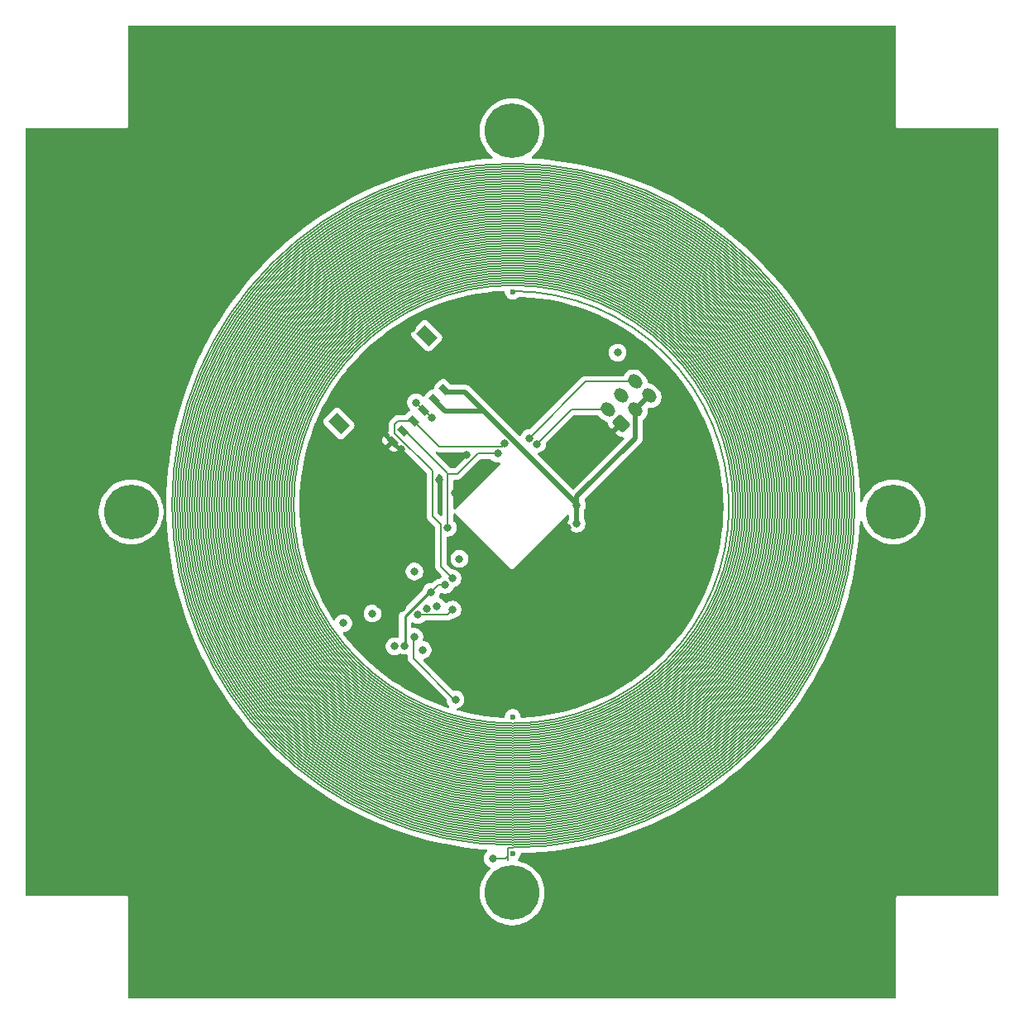
<source format=gbr>
%TF.GenerationSoftware,KiCad,Pcbnew,9.0.0*%
%TF.CreationDate,2025-09-25T18:34:07-07:00*%
%TF.ProjectId,Z_Face_V3,5a5f4661-6365-45f5-9633-2e6b69636164,3.1*%
%TF.SameCoordinates,Original*%
%TF.FileFunction,Copper,L4,Bot*%
%TF.FilePolarity,Positive*%
%FSLAX46Y46*%
G04 Gerber Fmt 4.6, Leading zero omitted, Abs format (unit mm)*
G04 Created by KiCad (PCBNEW 9.0.0) date 2025-09-25 18:34:07*
%MOMM*%
%LPD*%
G01*
G04 APERTURE LIST*
G04 Aperture macros list*
%AMRoundRect*
0 Rectangle with rounded corners*
0 $1 Rounding radius*
0 $2 $3 $4 $5 $6 $7 $8 $9 X,Y pos of 4 corners*
0 Add a 4 corners polygon primitive as box body*
4,1,4,$2,$3,$4,$5,$6,$7,$8,$9,$2,$3,0*
0 Add four circle primitives for the rounded corners*
1,1,$1+$1,$2,$3*
1,1,$1+$1,$4,$5*
1,1,$1+$1,$6,$7*
1,1,$1+$1,$8,$9*
0 Add four rect primitives between the rounded corners*
20,1,$1+$1,$2,$3,$4,$5,0*
20,1,$1+$1,$4,$5,$6,$7,0*
20,1,$1+$1,$6,$7,$8,$9,0*
20,1,$1+$1,$8,$9,$2,$3,0*%
%AMHorizOval*
0 Thick line with rounded ends*
0 $1 width*
0 $2 $3 position (X,Y) of the first rounded end (center of the circle)*
0 $4 $5 position (X,Y) of the second rounded end (center of the circle)*
0 Add line between two ends*
20,1,$1,$2,$3,$4,$5,0*
0 Add two circle primitives to create the rounded ends*
1,1,$1,$2,$3*
1,1,$1,$4,$5*%
%AMRotRect*
0 Rectangle, with rotation*
0 The origin of the aperture is its center*
0 $1 length*
0 $2 width*
0 $3 Rotation angle, in degrees counterclockwise*
0 Add horizontal line*
21,1,$1,$2,0,0,$3*%
G04 Aperture macros list end*
%TA.AperFunction,EtchedComponent*%
%ADD10C,0.127000*%
%TD*%
%TA.AperFunction,ComponentPad*%
%ADD11C,0.600000*%
%TD*%
%TA.AperFunction,SMDPad,CuDef*%
%ADD12RoundRect,0.031750X-0.031750X0.476250X-0.031750X-0.476250X0.031750X-0.476250X0.031750X0.476250X0*%
%TD*%
%TA.AperFunction,ComponentPad*%
%ADD13RoundRect,0.250000X0.159099X-0.654074X0.654074X-0.159099X-0.159099X0.654074X-0.654074X0.159099X0*%
%TD*%
%TA.AperFunction,ComponentPad*%
%ADD14HorizOval,1.200000X-0.159099X0.159099X0.159099X-0.159099X0*%
%TD*%
%TA.AperFunction,SMDPad,CuDef*%
%ADD15RotRect,0.600000X1.000000X225.000000*%
%TD*%
%TA.AperFunction,SMDPad,CuDef*%
%ADD16RotRect,1.250000X1.800000X225.000000*%
%TD*%
%TA.AperFunction,ComponentPad*%
%ADD17C,5.600000*%
%TD*%
%TA.AperFunction,ViaPad*%
%ADD18C,0.800000*%
%TD*%
%TA.AperFunction,Conductor*%
%ADD19C,0.254000*%
%TD*%
%TA.AperFunction,Conductor*%
%ADD20C,0.127000*%
%TD*%
%TA.AperFunction,Conductor*%
%ADD21C,0.152400*%
%TD*%
%TA.AperFunction,Conductor*%
%ADD22C,0.500000*%
%TD*%
G04 APERTURE END LIST*
D10*
%TO.C,REF\u002A\u002A*%
X149064000Y-119352780D02*
X149064000Y-119852780D01*
X149564000Y-119352780D02*
X149064000Y-119352780D01*
X149564000Y-49352780D02*
G75*
G02*
X149564000Y-119352780I0J-35000000D01*
G01*
X149564000Y-49606780D02*
G75*
G02*
X149564000Y-119098780I0J-34746000D01*
G01*
X149564000Y-49860780D02*
G75*
G02*
X149564000Y-118844780I0J-34492000D01*
G01*
X149564000Y-50114780D02*
G75*
G02*
X149564000Y-118590780I0J-34238000D01*
G01*
X149564000Y-50368780D02*
G75*
G02*
X149564000Y-118336780I0J-33984000D01*
G01*
X149564000Y-50622780D02*
G75*
G02*
X149564000Y-118082780I0J-33730000D01*
G01*
X149564000Y-50876780D02*
G75*
G02*
X149564000Y-117828780I0J-33476000D01*
G01*
X149564000Y-51130780D02*
G75*
G02*
X149564000Y-117574780I0J-33222000D01*
G01*
X149564000Y-51384780D02*
G75*
G02*
X149564000Y-117320780I0J-32968000D01*
G01*
X149564000Y-51638780D02*
G75*
G02*
X149564000Y-117066780I0J-32714000D01*
G01*
X149564000Y-51892780D02*
G75*
G02*
X149564000Y-116812780I0J-32460000D01*
G01*
X149564000Y-52146780D02*
G75*
G02*
X149564000Y-116558780I0J-32206000D01*
G01*
X149564000Y-52400780D02*
G75*
G02*
X149564000Y-116304780I0J-31952000D01*
G01*
X149564000Y-52654780D02*
G75*
G02*
X149564000Y-116050780I0J-31698000D01*
G01*
X149564000Y-52908780D02*
G75*
G02*
X149564000Y-115796780I0J-31444000D01*
G01*
X149564000Y-53162780D02*
G75*
G02*
X149564000Y-115542780I0J-31190000D01*
G01*
X149564000Y-53416780D02*
G75*
G02*
X149564000Y-115288780I0J-30936000D01*
G01*
X149564000Y-53670780D02*
G75*
G02*
X149564000Y-115034780I0J-30682000D01*
G01*
X149564000Y-53924780D02*
G75*
G02*
X149564000Y-114780780I0J-30428000D01*
G01*
X149564000Y-54178780D02*
G75*
G02*
X149564000Y-114526780I0J-30174000D01*
G01*
X149564000Y-54432780D02*
G75*
G02*
X149564000Y-114272780I0J-29920000D01*
G01*
X149564000Y-54686780D02*
G75*
G02*
X149564000Y-114018780I0J-29666000D01*
G01*
X149564000Y-54940780D02*
G75*
G02*
X149564000Y-113764780I0J-29412000D01*
G01*
X149564000Y-55194780D02*
G75*
G02*
X149564000Y-113510780I0J-29158000D01*
G01*
X149564000Y-55448780D02*
G75*
G02*
X149564000Y-113256780I0J-28904000D01*
G01*
X149564000Y-55702780D02*
G75*
G02*
X149564000Y-113002780I0J-28650000D01*
G01*
X149564000Y-55956780D02*
G75*
G02*
X149564000Y-112748780I0J-28396000D01*
G01*
X149564000Y-56210780D02*
G75*
G02*
X149564000Y-112494780I0J-28142000D01*
G01*
X149564000Y-56464780D02*
G75*
G02*
X149564000Y-112240780I0J-27888000D01*
G01*
X149564000Y-56718780D02*
G75*
G02*
X149564000Y-111986780I0J-27634000D01*
G01*
X149564000Y-56972780D02*
G75*
G02*
X149564000Y-111732780I0J-27380000D01*
G01*
X149564000Y-57226780D02*
G75*
G02*
X149564000Y-111478780I0J-27126000D01*
G01*
X149564000Y-57480780D02*
G75*
G02*
X149564000Y-111224780I0J-26872000D01*
G01*
X149564000Y-57734780D02*
G75*
G02*
X149564000Y-110970780I0J-26618000D01*
G01*
X149564000Y-57988780D02*
G75*
G02*
X149564000Y-110716780I0J-26364000D01*
G01*
X149564000Y-58242780D02*
G75*
G02*
X149564000Y-110462780I0J-26110000D01*
G01*
X149564000Y-58496780D02*
G75*
G02*
X149564000Y-110208780I0J-25856000D01*
G01*
X149564000Y-58750780D02*
G75*
G02*
X149564000Y-109954780I0J-25602000D01*
G01*
X149564000Y-59004780D02*
G75*
G02*
X149564000Y-109700780I0J-25348000D01*
G01*
X149564000Y-59258780D02*
G75*
G02*
X149564000Y-109446780I0J-25094000D01*
G01*
X149564000Y-59512780D02*
G75*
G02*
X149564000Y-109192780I0J-24840000D01*
G01*
X149564000Y-59766780D02*
G75*
G02*
X149564000Y-108938780I0J-24586000D01*
G01*
X149564000Y-60020780D02*
G75*
G02*
X149564000Y-108684780I0J-24332000D01*
G01*
X149564000Y-60274780D02*
G75*
G02*
X149564000Y-108430780I0J-24078000D01*
G01*
X149564000Y-60528780D02*
G75*
G02*
X149564000Y-108176780I0J-23824000D01*
G01*
X149564000Y-60782780D02*
G75*
G02*
X149564000Y-107922780I0J-23570000D01*
G01*
X149564000Y-61036780D02*
G75*
G02*
X149564000Y-107668780I0J-23316000D01*
G01*
X149564000Y-61290780D02*
G75*
G02*
X149564000Y-107414780I0J-23062000D01*
G01*
X149564000Y-61544780D02*
G75*
G02*
X149564000Y-107160780I0J-22808000D01*
G01*
X149564000Y-61798780D02*
G75*
G02*
X149564000Y-106906780I0J-22554000D01*
G01*
X149564000Y-62398780D02*
G75*
G02*
X149564000Y-106652780I2034J-22127000D01*
G01*
X149564000Y-106652780D02*
G75*
G02*
X149564000Y-61798780I0J22427000D01*
G01*
X149564000Y-106906780D02*
G75*
G02*
X149564000Y-61544780I0J22681000D01*
G01*
X149564000Y-107160780D02*
G75*
G02*
X149564000Y-61290780I0J22935000D01*
G01*
X149564000Y-107414780D02*
G75*
G02*
X149564000Y-61036780I0J23189000D01*
G01*
X149564000Y-107668780D02*
G75*
G02*
X149564000Y-60782780I0J23443000D01*
G01*
X149564000Y-107922780D02*
G75*
G02*
X149564000Y-60528780I0J23697000D01*
G01*
X149564000Y-108176780D02*
G75*
G02*
X149564000Y-60274780I0J23951000D01*
G01*
X149564000Y-108430780D02*
G75*
G02*
X149564000Y-60020780I0J24205000D01*
G01*
X149564000Y-108684780D02*
G75*
G02*
X149564000Y-59766780I0J24459000D01*
G01*
X149564000Y-108938780D02*
G75*
G02*
X149564000Y-59512780I0J24713000D01*
G01*
X149564000Y-109192780D02*
G75*
G02*
X149564000Y-59258780I0J24967000D01*
G01*
X149564000Y-109446780D02*
G75*
G02*
X149564000Y-59004780I0J25221000D01*
G01*
X149564000Y-109700780D02*
G75*
G02*
X149564000Y-58750780I0J25475000D01*
G01*
X149564000Y-109954780D02*
G75*
G02*
X149564000Y-58496780I0J25729000D01*
G01*
X149564000Y-110208780D02*
G75*
G02*
X149564000Y-58242780I0J25983000D01*
G01*
X149564000Y-110462780D02*
G75*
G02*
X149564000Y-57988780I0J26237000D01*
G01*
X149564000Y-110716780D02*
G75*
G02*
X149564000Y-57734780I0J26491000D01*
G01*
X149564000Y-110970780D02*
G75*
G02*
X149564000Y-57480780I0J26745000D01*
G01*
X149564000Y-111224780D02*
G75*
G02*
X149564000Y-57226780I0J26999000D01*
G01*
X149564000Y-111478780D02*
G75*
G02*
X149564000Y-56972780I0J27253000D01*
G01*
X149564000Y-111732780D02*
G75*
G02*
X149564000Y-56718780I0J27507000D01*
G01*
X149564000Y-111986780D02*
G75*
G02*
X149564000Y-56464780I0J27761000D01*
G01*
X149564000Y-112240780D02*
G75*
G02*
X149564000Y-56210780I0J28015000D01*
G01*
X149564000Y-112494780D02*
G75*
G02*
X149564000Y-55956780I0J28269000D01*
G01*
X149564000Y-112748780D02*
G75*
G02*
X149564000Y-55702780I0J28523000D01*
G01*
X149564000Y-113002780D02*
G75*
G02*
X149564000Y-55448780I0J28777000D01*
G01*
X149564000Y-113256780D02*
G75*
G02*
X149564000Y-55194780I0J29031000D01*
G01*
X149564000Y-113510780D02*
G75*
G02*
X149564000Y-54940780I0J29285000D01*
G01*
X149564000Y-113764780D02*
G75*
G02*
X149564000Y-54686780I0J29539000D01*
G01*
X149564000Y-114018780D02*
G75*
G02*
X149564000Y-54432780I0J29793000D01*
G01*
X149564000Y-114272780D02*
G75*
G02*
X149564000Y-54178780I0J30047000D01*
G01*
X149564000Y-114526780D02*
G75*
G02*
X149564000Y-53924780I0J30301000D01*
G01*
X149564000Y-114780780D02*
G75*
G02*
X149564000Y-53670780I0J30555000D01*
G01*
X149564000Y-115034780D02*
G75*
G02*
X149564000Y-53416780I0J30809000D01*
G01*
X149564000Y-115288780D02*
G75*
G02*
X149564000Y-53162780I0J31063000D01*
G01*
X149564000Y-115542780D02*
G75*
G02*
X149564000Y-52908780I0J31317000D01*
G01*
X149564000Y-115796780D02*
G75*
G02*
X149564000Y-52654780I0J31571000D01*
G01*
X149564000Y-116050780D02*
G75*
G02*
X149564000Y-52400780I0J31825000D01*
G01*
X149564000Y-116304780D02*
G75*
G02*
X149564000Y-52146780I0J32079000D01*
G01*
X149564000Y-116558780D02*
G75*
G02*
X149564000Y-51892780I0J32333000D01*
G01*
X149564000Y-116812780D02*
G75*
G02*
X149564000Y-51638780I0J32587000D01*
G01*
X149564000Y-117066780D02*
G75*
G02*
X149564000Y-51384780I0J32841000D01*
G01*
X149564000Y-117320780D02*
G75*
G02*
X149564000Y-51130780I0J33095000D01*
G01*
X149564000Y-117574780D02*
G75*
G02*
X149564000Y-50876780I0J33349000D01*
G01*
X149564000Y-117828780D02*
G75*
G02*
X149564000Y-50622780I0J33603000D01*
G01*
X149564000Y-118082780D02*
G75*
G02*
X149564000Y-50368780I0J33857000D01*
G01*
X149564000Y-118336780D02*
G75*
G02*
X149564000Y-50114780I0J34111000D01*
G01*
X149564000Y-118590780D02*
G75*
G02*
X149564000Y-49860780I0J34365000D01*
G01*
X149564000Y-118844780D02*
G75*
G02*
X149564000Y-49606780I0J34619000D01*
G01*
X149564000Y-119098780D02*
G75*
G02*
X149564000Y-49352780I0J34873000D01*
G01*
%TD*%
D11*
%TO.P,REF\u002A\u002A,*%
%TO.N,*%
X149564000Y-62462780D03*
X149564000Y-105988780D03*
X149564000Y-119952780D03*
D12*
%TO.P,REF\u002A\u002A,2*%
%TO.N,N/C*%
X149064000Y-120202780D03*
%TD*%
D13*
%TO.P,J2,1,Pin_1*%
%TO.N,GND*%
X160692893Y-75921320D03*
D14*
%TO.P,J2,2,Pin_2*%
%TO.N,/SDAIN*%
X159278679Y-74507106D03*
%TO.P,J2,3,Pin_3*%
%TO.N,VSOLAR*%
X162107107Y-74507106D03*
%TO.P,J2,4,Pin_4*%
%TO.N,+3V3*%
X160692893Y-73092893D03*
%TO.P,J2,5,Pin_5*%
%TO.N,VSOLAR*%
X163521320Y-73092893D03*
%TO.P,J2,6,Pin_6*%
%TO.N,/SCLIN*%
X162107107Y-71678679D03*
%TD*%
D15*
%TO.P,J1,1,Pin_1*%
%TO.N,GND*%
X137277746Y-77781047D03*
%TO.P,J1,2,Pin_2*%
%TO.N,/SDAIN*%
X138338406Y-76720387D03*
%TO.P,J1,3,Pin_3*%
%TO.N,/SCLIN*%
X139399066Y-75659727D03*
%TO.P,J1,4,Pin_4*%
%TO.N,+3V3*%
X140459727Y-74599066D03*
%TO.P,J1,5,Pin_5*%
%TO.N,VSOLAR*%
X141520387Y-73538406D03*
%TO.P,J1,6,Pin_6*%
X142581047Y-72477746D03*
D16*
%TO.P,J1,S1*%
%TO.N,N/C*%
X131765849Y-75953176D03*
%TO.P,J1,S2*%
X140753176Y-66965849D03*
%TD*%
D17*
%TO.P,J7,1,Pin_1*%
%TO.N,unconnected-(J7-Pin_1-Pad1)*%
X188500000Y-85000000D03*
%TD*%
%TO.P,J6,1,Pin_1*%
%TO.N,unconnected-(J6-Pin_1-Pad1)*%
X149500000Y-46000000D03*
%TD*%
%TO.P,J5,1,Pin_1*%
%TO.N,unconnected-(J5-Pin_1-Pad1)*%
X149500000Y-124000000D03*
%TD*%
%TO.P,J4,1,Pin_1*%
%TO.N,unconnected-(J4-Pin_1-Pad1)*%
X110500000Y-85000000D03*
%TD*%
D18*
%TO.N,GND*%
X138100000Y-78600000D03*
X136400000Y-76900000D03*
X135300000Y-98400000D03*
%TO.N,+3V3*%
X137466733Y-98771051D03*
%TO.N,GND*%
X171630000Y-123540000D03*
X156400000Y-87900000D03*
X188500000Y-107500000D03*
X108700000Y-77900000D03*
X191700000Y-114800000D03*
X146300313Y-80450313D03*
X164540000Y-46420000D03*
X139200000Y-66200000D03*
X111400000Y-75200000D03*
X160900000Y-101600000D03*
X194000000Y-72600000D03*
X135200000Y-122700000D03*
X142000000Y-81700000D03*
X184500000Y-73700000D03*
X189800000Y-68600000D03*
X168900000Y-76500000D03*
X136450000Y-96750000D03*
X126600000Y-112600000D03*
X136704592Y-91823800D03*
X138208651Y-94845115D03*
X114700000Y-120600000D03*
X135976200Y-94528146D03*
X165550000Y-72650000D03*
X151750000Y-92950000D03*
X145700000Y-91550000D03*
X111040000Y-62950000D03*
X144850000Y-79200000D03*
X163750000Y-76250000D03*
X175000000Y-111000000D03*
X138750000Y-102000000D03*
X189000000Y-114900000D03*
X116700000Y-122800000D03*
X140802156Y-94889337D03*
X143674813Y-83075813D03*
X126300000Y-46300000D03*
X146900000Y-92400000D03*
X137700000Y-121700000D03*
X119890000Y-126760000D03*
X166300000Y-52200000D03*
X184500000Y-70900000D03*
X124600000Y-110800000D03*
X160100000Y-67050000D03*
X155135531Y-86635531D03*
X163200000Y-99500000D03*
X131400000Y-53100000D03*
X151135531Y-90600000D03*
X172300000Y-113300000D03*
%TO.N,+3V3*%
X139500000Y-91100000D03*
X160300000Y-68700000D03*
X144100000Y-89800000D03*
X140330122Y-99130122D03*
X139650000Y-73800000D03*
X139854705Y-95552837D03*
X132200000Y-96400000D03*
X143400000Y-95000000D03*
X135200000Y-95400000D03*
X141300000Y-75400000D03*
%TO.N,VSOLAR*%
X156100000Y-86200000D03*
X156107797Y-84313922D03*
%TO.N,Net-(U2-OUT+)*%
X141780000Y-94680000D03*
X147500000Y-120500000D03*
X143700000Y-104200000D03*
X139500000Y-97800000D03*
%TO.N,/SDAIN*%
X148022739Y-79043745D03*
X152050002Y-78050002D03*
X142900000Y-86630426D03*
%TO.N,/SCLIN*%
X151250000Y-77450000D03*
X143400000Y-91800000D03*
X148724272Y-78026354D03*
%TO.N,/SCL*%
X138500000Y-98700000D03*
X141200000Y-93200000D03*
X142658472Y-92470925D03*
%TD*%
D19*
%TO.N,GND*%
X137281047Y-77781047D02*
X138100000Y-78600000D01*
X137277746Y-77781047D02*
X137281047Y-77781047D01*
X137277746Y-77777746D02*
X136400000Y-76900000D01*
X137277746Y-77781047D02*
X137277746Y-77777746D01*
D20*
X151250000Y-91150000D02*
X151200000Y-91200000D01*
X151250000Y-90714469D02*
X151250000Y-91150000D01*
X151200000Y-92400000D02*
X151750000Y-92950000D01*
X155135531Y-86635531D02*
X156400000Y-87900000D01*
X151135531Y-90600000D02*
X151250000Y-90714469D01*
X151200000Y-91200000D02*
X151200000Y-92400000D01*
D21*
%TO.N,+3V3*%
X140499066Y-74599066D02*
X141300000Y-75400000D01*
D20*
X142847163Y-95552837D02*
X143400000Y-95000000D01*
D21*
X140459727Y-74599066D02*
X140449066Y-74599066D01*
X140449066Y-74599066D02*
X139650000Y-73800000D01*
X140459727Y-74599066D02*
X140499066Y-74599066D01*
D20*
X139854705Y-95552837D02*
X142847163Y-95552837D01*
D22*
%TO.N,VSOLAR*%
X156107797Y-84313922D02*
X156107797Y-83442203D01*
X156107797Y-83442203D02*
X162107107Y-77442893D01*
X162107107Y-77442893D02*
X162107107Y-74507106D01*
X146575000Y-74675000D02*
X144650000Y-72750000D01*
X156100000Y-86200000D02*
X156100000Y-84321719D01*
X156100000Y-84321719D02*
X156107797Y-84313922D01*
X141520387Y-73570387D02*
X142625000Y-74675000D01*
X162107107Y-74507106D02*
X163521320Y-73092893D01*
X156107797Y-84313922D02*
X156107797Y-84207797D01*
X144650000Y-72750000D02*
X142853301Y-72750000D01*
X141520387Y-73538406D02*
X141520387Y-73570387D01*
X142625000Y-74675000D02*
X146575000Y-74675000D01*
X156107797Y-84207797D02*
X146575000Y-74675000D01*
X142853301Y-72750000D02*
X142581047Y-72477746D01*
D20*
%TO.N,Net-(U2-OUT+)*%
X139400000Y-97900000D02*
X139400000Y-100000000D01*
X139500000Y-97800000D02*
X139400000Y-97900000D01*
X149064000Y-120202780D02*
X148766780Y-120500000D01*
X139400000Y-100000000D02*
X143600000Y-104200000D01*
X148766780Y-120500000D02*
X147500000Y-120500000D01*
X143600000Y-104200000D02*
X143700000Y-104200000D01*
D21*
%TO.N,/SDAIN*%
X138538405Y-76720387D02*
X138338406Y-76720387D01*
X145981665Y-79026041D02*
X143902925Y-81104781D01*
X148005035Y-79026041D02*
X145981665Y-79026041D01*
X142922800Y-81104781D02*
X142809009Y-80990991D01*
X143902925Y-81104781D02*
X142922799Y-81104781D01*
X142900000Y-86015161D02*
X142922800Y-85992361D01*
X142922800Y-85992361D02*
X142922800Y-81104781D01*
X142809009Y-80990991D02*
X140984009Y-79165991D01*
X159278679Y-74507106D02*
X155592898Y-74507106D01*
X140984009Y-79165991D02*
X138538405Y-76720387D01*
X148022739Y-79043745D02*
X148005035Y-79026041D01*
X155592898Y-74507106D02*
X152050002Y-78050002D01*
X142900000Y-86630426D02*
X142900000Y-86015161D01*
X142922799Y-81104781D02*
X142809009Y-80990991D01*
%TO.N,/SCLIN*%
X141322800Y-85413339D02*
X141322800Y-80809817D01*
X162107107Y-71678679D02*
X157021321Y-71678679D01*
X148450626Y-78300000D02*
X142039339Y-78300000D01*
X148724272Y-78026354D02*
X148450626Y-78300000D01*
X142223800Y-86314339D02*
X142223800Y-90623800D01*
X141322800Y-80809817D02*
X137495521Y-76982538D01*
X142223800Y-86314339D02*
X141322800Y-85413339D01*
X157021321Y-71678679D02*
X151250000Y-77450000D01*
X137495521Y-76004479D02*
X137840273Y-75659727D01*
X137495521Y-76982538D02*
X137495521Y-76004479D01*
X142039339Y-78300000D02*
X139399066Y-75659727D01*
X142223800Y-90623800D02*
X143400000Y-91800000D01*
X137840273Y-75659727D02*
X139399066Y-75659727D01*
D19*
%TO.N,/SCL*%
X138533763Y-98666237D02*
X138500000Y-98700000D01*
D21*
X142658472Y-92470925D02*
X141929075Y-92470925D01*
X141929075Y-92470925D02*
X141200000Y-93200000D01*
D19*
X138533763Y-95696237D02*
X138533763Y-98666237D01*
X141200000Y-93200000D02*
X141030000Y-93200000D01*
X141030000Y-93200000D02*
X138533763Y-95696237D01*
%TD*%
%TA.AperFunction,Conductor*%
%TO.N,GND*%
G36*
X148690737Y-62407053D02*
G01*
X148740550Y-62457641D01*
X148755500Y-62517171D01*
X148755500Y-62542412D01*
X148771035Y-62620510D01*
X148786570Y-62698611D01*
X148847517Y-62845748D01*
X148858329Y-62861929D01*
X148935998Y-62978170D01*
X148936003Y-62978176D01*
X149048603Y-63090776D01*
X149048609Y-63090781D01*
X149048611Y-63090783D01*
X149181032Y-63179263D01*
X149328169Y-63240210D01*
X149484370Y-63271280D01*
X149484371Y-63271280D01*
X149643629Y-63271280D01*
X149643630Y-63271280D01*
X149799831Y-63240210D01*
X149946968Y-63179263D01*
X150079389Y-63090783D01*
X150148226Y-63021944D01*
X150176716Y-63006388D01*
X150204387Y-62989421D01*
X150208770Y-62988884D01*
X150210538Y-62987920D01*
X150239982Y-62985068D01*
X150476295Y-62990064D01*
X150481576Y-62990288D01*
X151389513Y-63048105D01*
X151394784Y-63048553D01*
X152299470Y-63144855D01*
X152304709Y-63145525D01*
X153204461Y-63280135D01*
X153209702Y-63281033D01*
X154102946Y-63453713D01*
X154108151Y-63454835D01*
X154795921Y-63618354D01*
X154993198Y-63665257D01*
X154998375Y-63666604D01*
X155873717Y-63914408D01*
X155878832Y-63915974D01*
X156742869Y-64200707D01*
X156747912Y-64202489D01*
X157599053Y-64523627D01*
X157604017Y-64525621D01*
X158440789Y-64882608D01*
X158445663Y-64884811D01*
X158856088Y-65080897D01*
X159266523Y-65276987D01*
X159271283Y-65279387D01*
X159602621Y-65455335D01*
X160074757Y-65706050D01*
X160079427Y-65708658D01*
X160864100Y-66169059D01*
X160868627Y-66171846D01*
X161116683Y-66331919D01*
X161633017Y-66665114D01*
X161637449Y-66668109D01*
X161873642Y-66835139D01*
X162380223Y-67193381D01*
X162384496Y-67196541D01*
X162758358Y-67485490D01*
X163104333Y-67752886D01*
X163108486Y-67756240D01*
X163804038Y-68342618D01*
X163808021Y-68346123D01*
X164290760Y-68789477D01*
X164478067Y-68961503D01*
X164481929Y-68965204D01*
X165125233Y-69608448D01*
X165128935Y-69612310D01*
X165744360Y-70282283D01*
X165747894Y-70286298D01*
X166334326Y-70981785D01*
X166337687Y-70985947D01*
X166894077Y-71705704D01*
X166897257Y-71710005D01*
X167422591Y-72452721D01*
X167425585Y-72457150D01*
X167458584Y-72508275D01*
X167918923Y-73221494D01*
X167921728Y-73226049D01*
X168382181Y-74010648D01*
X168384790Y-74015318D01*
X168811528Y-74818753D01*
X168813936Y-74823529D01*
X169206189Y-75644354D01*
X169208392Y-75649228D01*
X169565447Y-76485947D01*
X169567442Y-76490911D01*
X169888665Y-77342044D01*
X169890447Y-77347087D01*
X170175260Y-78211097D01*
X170176826Y-78216212D01*
X170424702Y-79091505D01*
X170426050Y-79096681D01*
X170636558Y-79981724D01*
X170637684Y-79986948D01*
X170665701Y-80131805D01*
X170810437Y-80880131D01*
X170811341Y-80885403D01*
X170946026Y-81785094D01*
X170946706Y-81790400D01*
X171043084Y-82695014D01*
X171043538Y-82700344D01*
X171101435Y-83608236D01*
X171101662Y-83613580D01*
X171120973Y-84523105D01*
X171120973Y-84528455D01*
X171101662Y-85437979D01*
X171101435Y-85443323D01*
X171043538Y-86351215D01*
X171043084Y-86356545D01*
X170946706Y-87261159D01*
X170946026Y-87266465D01*
X170811341Y-88166156D01*
X170810437Y-88171428D01*
X170637685Y-89064606D01*
X170636558Y-89069835D01*
X170426050Y-89954878D01*
X170424702Y-89960054D01*
X170176826Y-90835347D01*
X170175260Y-90840462D01*
X169890447Y-91704472D01*
X169888665Y-91709515D01*
X169567442Y-92560648D01*
X169565447Y-92565612D01*
X169208392Y-93402331D01*
X169206189Y-93407205D01*
X168813936Y-94228030D01*
X168811528Y-94232806D01*
X168384790Y-95036241D01*
X168382181Y-95040911D01*
X167921728Y-95825510D01*
X167918923Y-95830065D01*
X167425587Y-96594407D01*
X167422591Y-96598838D01*
X166897257Y-97341554D01*
X166894077Y-97345855D01*
X166337687Y-98065612D01*
X166334326Y-98069774D01*
X165747894Y-98765261D01*
X165744360Y-98769276D01*
X165128935Y-99439249D01*
X165125233Y-99443111D01*
X164481929Y-100086355D01*
X164478067Y-100090056D01*
X163808037Y-100705422D01*
X163804022Y-100708955D01*
X163108495Y-101295312D01*
X163104333Y-101298673D01*
X162384510Y-101855008D01*
X162380209Y-101858188D01*
X161637449Y-102383450D01*
X161633017Y-102386445D01*
X160868641Y-102879704D01*
X160864086Y-102882509D01*
X160079427Y-103342901D01*
X160074757Y-103345509D01*
X159271291Y-103772168D01*
X159266514Y-103774576D01*
X158445663Y-104166748D01*
X158440789Y-104168951D01*
X157604017Y-104525938D01*
X157599053Y-104527932D01*
X156747912Y-104849070D01*
X156742869Y-104850852D01*
X155878832Y-105135585D01*
X155873717Y-105137151D01*
X154998375Y-105384955D01*
X154993198Y-105386302D01*
X154108163Y-105596721D01*
X154102934Y-105597848D01*
X153209718Y-105770523D01*
X153204446Y-105771426D01*
X152304742Y-105906029D01*
X152299436Y-105906708D01*
X151394813Y-106003003D01*
X151389483Y-106003456D01*
X150506507Y-106059683D01*
X150437253Y-106044051D01*
X150387444Y-105993458D01*
X150372500Y-105933938D01*
X150372500Y-105909151D01*
X150372499Y-105909147D01*
X150371485Y-105904048D01*
X150341430Y-105752949D01*
X150280483Y-105605812D01*
X150192003Y-105473391D01*
X150192001Y-105473389D01*
X150191996Y-105473383D01*
X150079396Y-105360783D01*
X150079390Y-105360778D01*
X150079389Y-105360777D01*
X149946968Y-105272297D01*
X149799831Y-105211350D01*
X149721730Y-105195815D01*
X149643632Y-105180280D01*
X149643630Y-105180280D01*
X149484370Y-105180280D01*
X149484367Y-105180280D01*
X149367219Y-105203582D01*
X149328169Y-105211350D01*
X149200263Y-105264331D01*
X149181032Y-105272297D01*
X149048609Y-105360778D01*
X149048603Y-105360783D01*
X148936003Y-105473383D01*
X148935998Y-105473389D01*
X148847517Y-105605812D01*
X148786571Y-105752947D01*
X148786570Y-105752950D01*
X148755500Y-105909147D01*
X148755500Y-105934388D01*
X148735498Y-106002509D01*
X148681842Y-106049002D01*
X148621482Y-106060133D01*
X147713228Y-106002216D01*
X147707898Y-106001762D01*
X146790693Y-105904048D01*
X146785388Y-105903369D01*
X145873132Y-105766811D01*
X145867860Y-105765907D01*
X144962229Y-105590757D01*
X144957000Y-105589630D01*
X144059615Y-105376201D01*
X144054439Y-105374853D01*
X143896409Y-105330103D01*
X143836315Y-105292297D01*
X143806200Y-105228004D01*
X143815626Y-105157636D01*
X143861599Y-105103534D01*
X143906156Y-105085291D01*
X143965000Y-105073587D01*
X144130336Y-105005102D01*
X144279135Y-104905678D01*
X144405678Y-104779135D01*
X144505102Y-104630336D01*
X144573587Y-104465000D01*
X144608500Y-104289479D01*
X144608500Y-104110521D01*
X144573587Y-103935000D01*
X144505102Y-103769664D01*
X144405678Y-103620865D01*
X144279135Y-103494322D01*
X144130336Y-103394898D01*
X144004805Y-103342901D01*
X143965003Y-103326414D01*
X143965001Y-103326413D01*
X143965000Y-103326413D01*
X143866197Y-103306760D01*
X143789481Y-103291500D01*
X143789479Y-103291500D01*
X143610521Y-103291500D01*
X143610515Y-103291500D01*
X143584748Y-103296626D01*
X143514034Y-103290298D01*
X143471072Y-103262142D01*
X140442782Y-100233852D01*
X140408756Y-100171540D01*
X140413821Y-100100725D01*
X140456368Y-100043889D01*
X140507293Y-100021178D01*
X140595122Y-100003709D01*
X140760458Y-99935224D01*
X140909257Y-99835800D01*
X141035800Y-99709257D01*
X141135224Y-99560458D01*
X141203709Y-99395122D01*
X141238622Y-99219601D01*
X141238622Y-99040643D01*
X141203709Y-98865122D01*
X141135224Y-98699786D01*
X141035800Y-98550987D01*
X140909257Y-98424444D01*
X140760458Y-98325020D01*
X140643551Y-98276595D01*
X140595125Y-98256536D01*
X140595123Y-98256535D01*
X140595122Y-98256535D01*
X140467732Y-98231195D01*
X140404824Y-98198288D01*
X140369692Y-98136593D01*
X140373189Y-98071349D01*
X140371789Y-98070925D01*
X140373581Y-98065014D01*
X140373587Y-98065000D01*
X140408500Y-97889479D01*
X140408500Y-97710521D01*
X140373587Y-97535000D01*
X140305102Y-97369664D01*
X140205678Y-97220865D01*
X140079135Y-97094322D01*
X139930336Y-96994898D01*
X139813429Y-96946473D01*
X139765003Y-96926414D01*
X139765001Y-96926413D01*
X139765000Y-96926413D01*
X139648340Y-96903208D01*
X139589481Y-96891500D01*
X139589479Y-96891500D01*
X139410521Y-96891500D01*
X139410515Y-96891500D01*
X139319844Y-96909536D01*
X139249130Y-96903208D01*
X139193063Y-96859653D01*
X139169444Y-96792701D01*
X139169263Y-96785957D01*
X139169263Y-96423212D01*
X139189265Y-96355091D01*
X139242921Y-96308598D01*
X139313195Y-96298494D01*
X139365264Y-96318446D01*
X139424369Y-96357939D01*
X139589705Y-96426424D01*
X139765226Y-96461337D01*
X139765227Y-96461337D01*
X139944183Y-96461337D01*
X139944184Y-96461337D01*
X140119705Y-96426424D01*
X140285041Y-96357939D01*
X140433840Y-96258515D01*
X140530613Y-96161742D01*
X140592925Y-96127716D01*
X140619708Y-96124837D01*
X142922466Y-96124837D01*
X142922468Y-96124837D01*
X143067947Y-96085856D01*
X143198379Y-96010551D01*
X143263524Y-95945404D01*
X143325836Y-95911380D01*
X143352620Y-95908500D01*
X143489478Y-95908500D01*
X143489479Y-95908500D01*
X143665000Y-95873587D01*
X143830336Y-95805102D01*
X143979135Y-95705678D01*
X144105678Y-95579135D01*
X144205102Y-95430336D01*
X144273587Y-95265000D01*
X144308500Y-95089479D01*
X144308500Y-94910521D01*
X144273587Y-94735000D01*
X144205102Y-94569664D01*
X144105678Y-94420865D01*
X143979135Y-94294322D01*
X143830336Y-94194898D01*
X143713429Y-94146473D01*
X143665003Y-94126414D01*
X143665001Y-94126413D01*
X143665000Y-94126413D01*
X143576645Y-94108838D01*
X143489481Y-94091500D01*
X143489479Y-94091500D01*
X143310521Y-94091500D01*
X143310518Y-94091500D01*
X143179771Y-94117507D01*
X143135000Y-94126413D01*
X143134999Y-94126413D01*
X143134996Y-94126414D01*
X142969662Y-94194899D01*
X142820869Y-94294319D01*
X142820866Y-94294321D01*
X142800575Y-94314612D01*
X142738262Y-94348636D01*
X142667446Y-94343570D01*
X142610611Y-94301022D01*
X142595073Y-94273734D01*
X142585104Y-94249669D01*
X142585102Y-94249664D01*
X142548509Y-94194899D01*
X142485678Y-94100865D01*
X142359135Y-93974322D01*
X142210336Y-93874898D01*
X142063447Y-93814054D01*
X142008167Y-93769505D01*
X141985746Y-93702141D01*
X142002621Y-93636026D01*
X142002185Y-93635793D01*
X142003135Y-93634015D01*
X142003305Y-93633350D01*
X142004528Y-93631408D01*
X142005100Y-93630339D01*
X142005100Y-93630338D01*
X142005102Y-93630336D01*
X142073587Y-93465000D01*
X142090126Y-93381848D01*
X142123033Y-93318940D01*
X142184728Y-93283808D01*
X142255623Y-93287608D01*
X142261924Y-93290023D01*
X142393464Y-93344509D01*
X142393465Y-93344509D01*
X142393472Y-93344512D01*
X142568993Y-93379425D01*
X142568994Y-93379425D01*
X142747950Y-93379425D01*
X142747951Y-93379425D01*
X142923472Y-93344512D01*
X143088808Y-93276027D01*
X143237607Y-93176603D01*
X143364150Y-93050060D01*
X143463574Y-92901261D01*
X143522489Y-92759026D01*
X143567036Y-92703748D01*
X143614318Y-92683668D01*
X143664994Y-92673589D01*
X143664994Y-92673588D01*
X143665000Y-92673587D01*
X143830336Y-92605102D01*
X143979135Y-92505678D01*
X144105678Y-92379135D01*
X144205102Y-92230336D01*
X144273587Y-92065000D01*
X144308500Y-91889479D01*
X144308500Y-91710521D01*
X144273587Y-91535000D01*
X144205102Y-91369664D01*
X144105678Y-91220865D01*
X143979135Y-91094322D01*
X143830336Y-90994898D01*
X143713429Y-90946473D01*
X143665003Y-90926414D01*
X143665001Y-90926413D01*
X143665000Y-90926413D01*
X143576645Y-90908838D01*
X143489481Y-90891500D01*
X143489479Y-90891500D01*
X143370580Y-90891500D01*
X143302459Y-90871498D01*
X143281485Y-90854595D01*
X142845405Y-90418515D01*
X142811379Y-90356203D01*
X142808500Y-90329420D01*
X142808500Y-89710518D01*
X143191500Y-89710518D01*
X143191500Y-89889481D01*
X143205538Y-89960054D01*
X143226413Y-90065000D01*
X143294898Y-90230336D01*
X143394322Y-90379135D01*
X143520865Y-90505678D01*
X143669664Y-90605102D01*
X143835000Y-90673587D01*
X144010521Y-90708500D01*
X144010522Y-90708500D01*
X144189478Y-90708500D01*
X144189479Y-90708500D01*
X144365000Y-90673587D01*
X144530336Y-90605102D01*
X144679135Y-90505678D01*
X144805678Y-90379135D01*
X144905102Y-90230336D01*
X144973587Y-90065000D01*
X145008500Y-89889479D01*
X145008500Y-89710521D01*
X144973587Y-89535000D01*
X144905102Y-89369664D01*
X144805678Y-89220865D01*
X144679135Y-89094322D01*
X144530336Y-88994898D01*
X144413429Y-88946473D01*
X144365003Y-88926414D01*
X144365001Y-88926413D01*
X144365000Y-88926413D01*
X144276645Y-88908838D01*
X144189481Y-88891500D01*
X144189479Y-88891500D01*
X144010521Y-88891500D01*
X144010518Y-88891500D01*
X143879771Y-88917507D01*
X143835000Y-88926413D01*
X143834999Y-88926413D01*
X143834996Y-88926414D01*
X143669662Y-88994899D01*
X143520869Y-89094319D01*
X143520862Y-89094324D01*
X143394324Y-89220862D01*
X143394319Y-89220869D01*
X143294899Y-89369662D01*
X143226414Y-89534996D01*
X143191500Y-89710518D01*
X142808500Y-89710518D01*
X142808500Y-87664926D01*
X142828502Y-87596805D01*
X142882158Y-87550312D01*
X142934500Y-87538926D01*
X142989478Y-87538926D01*
X142989479Y-87538926D01*
X143165000Y-87504013D01*
X143330336Y-87435528D01*
X143479135Y-87336104D01*
X143605678Y-87209561D01*
X143705102Y-87060762D01*
X143773587Y-86895426D01*
X143808500Y-86719905D01*
X143808500Y-86540947D01*
X143773587Y-86365426D01*
X143705102Y-86200090D01*
X143605678Y-86051291D01*
X143544405Y-85990018D01*
X143510379Y-85927706D01*
X143507500Y-85900923D01*
X143507500Y-85245240D01*
X143527502Y-85177119D01*
X143581158Y-85130626D01*
X143651432Y-85120522D01*
X143716012Y-85150016D01*
X143722595Y-85156145D01*
X149330024Y-90763574D01*
X149386426Y-90819976D01*
X149460118Y-90850500D01*
X149539882Y-90850500D01*
X149613574Y-90819976D01*
X155126405Y-85307145D01*
X155188717Y-85273119D01*
X155259532Y-85278184D01*
X155316368Y-85320731D01*
X155341179Y-85387251D01*
X155341500Y-85396240D01*
X155341500Y-85661696D01*
X155321498Y-85729817D01*
X155320267Y-85731696D01*
X155294898Y-85769664D01*
X155226414Y-85934996D01*
X155226413Y-85934999D01*
X155226413Y-85935000D01*
X155222810Y-85953113D01*
X155191500Y-86110518D01*
X155191500Y-86110521D01*
X155191500Y-86289479D01*
X155226413Y-86465000D01*
X155294898Y-86630336D01*
X155394322Y-86779135D01*
X155520865Y-86905678D01*
X155669664Y-87005102D01*
X155835000Y-87073587D01*
X156010521Y-87108500D01*
X156010522Y-87108500D01*
X156189478Y-87108500D01*
X156189479Y-87108500D01*
X156365000Y-87073587D01*
X156530336Y-87005102D01*
X156679135Y-86905678D01*
X156805678Y-86779135D01*
X156905102Y-86630336D01*
X156973587Y-86465000D01*
X157008500Y-86289479D01*
X157008500Y-86110521D01*
X156973587Y-85935000D01*
X156905102Y-85769664D01*
X156879732Y-85731695D01*
X156858520Y-85663943D01*
X156858500Y-85661696D01*
X156858500Y-84863893D01*
X156878502Y-84795772D01*
X156879735Y-84793891D01*
X156912899Y-84744258D01*
X156981384Y-84578922D01*
X157016297Y-84403401D01*
X157016297Y-84224443D01*
X156981384Y-84048922D01*
X156912899Y-83883586D01*
X156900731Y-83865376D01*
X156879516Y-83797624D01*
X156898298Y-83729157D01*
X156916397Y-83706283D01*
X162696273Y-77926408D01*
X162779281Y-77802177D01*
X162836458Y-77664139D01*
X162857446Y-77558626D01*
X162865607Y-77517599D01*
X162865607Y-75665096D01*
X162885609Y-75596975D01*
X162917546Y-75563160D01*
X162988345Y-75511722D01*
X163111723Y-75388344D01*
X163214280Y-75247186D01*
X163293494Y-75091722D01*
X163347411Y-74925779D01*
X163374706Y-74753446D01*
X163374706Y-74578964D01*
X163360720Y-74490662D01*
X163369819Y-74420255D01*
X163415541Y-74365941D01*
X163483369Y-74344968D01*
X163504869Y-74346505D01*
X163593178Y-74360492D01*
X163593181Y-74360492D01*
X163767657Y-74360492D01*
X163767660Y-74360492D01*
X163939993Y-74333197D01*
X164105936Y-74279280D01*
X164261400Y-74200066D01*
X164402558Y-74097509D01*
X164525936Y-73974131D01*
X164628493Y-73832973D01*
X164707707Y-73677509D01*
X164761624Y-73511566D01*
X164788919Y-73339233D01*
X164788919Y-73164751D01*
X164761624Y-72992418D01*
X164707707Y-72826475D01*
X164628493Y-72671011D01*
X164525936Y-72529853D01*
X164525933Y-72529850D01*
X164525931Y-72529847D01*
X164084365Y-72088281D01*
X164084362Y-72088279D01*
X164084360Y-72088277D01*
X163978208Y-72011153D01*
X163943204Y-71985721D01*
X163915290Y-71971498D01*
X163787738Y-71906506D01*
X163787735Y-71906505D01*
X163787733Y-71906504D01*
X163621799Y-71852590D01*
X163621797Y-71852589D01*
X163621795Y-71852589D01*
X163521353Y-71836680D01*
X163475343Y-71829393D01*
X163411191Y-71798980D01*
X163373664Y-71738711D01*
X163370608Y-71724666D01*
X163347411Y-71578204D01*
X163293494Y-71412261D01*
X163214280Y-71256797D01*
X163111723Y-71115639D01*
X163111720Y-71115636D01*
X163111718Y-71115633D01*
X162670152Y-70674067D01*
X162670149Y-70674065D01*
X162670147Y-70674063D01*
X162571426Y-70602338D01*
X162528991Y-70571507D01*
X162523173Y-70568543D01*
X162373525Y-70492292D01*
X162373522Y-70492291D01*
X162373520Y-70492290D01*
X162207585Y-70438376D01*
X162207582Y-70438375D01*
X162035249Y-70411080D01*
X161860767Y-70411080D01*
X161688434Y-70438375D01*
X161688431Y-70438375D01*
X161688430Y-70438376D01*
X161522495Y-70492290D01*
X161522489Y-70492293D01*
X161367024Y-70571507D01*
X161225866Y-70674065D01*
X161225863Y-70674067D01*
X161102495Y-70797435D01*
X161102493Y-70797438D01*
X160999934Y-70938598D01*
X160955816Y-71025183D01*
X160907068Y-71076798D01*
X160843550Y-71093979D01*
X156944344Y-71093979D01*
X156795635Y-71133826D01*
X156741372Y-71165155D01*
X156741371Y-71165154D01*
X156669368Y-71206725D01*
X156662306Y-71210803D01*
X156662304Y-71210804D01*
X156662298Y-71210809D01*
X151368515Y-76504595D01*
X151306203Y-76538621D01*
X151279420Y-76541500D01*
X151160518Y-76541500D01*
X151029771Y-76567507D01*
X150985000Y-76576413D01*
X150984999Y-76576413D01*
X150984996Y-76576414D01*
X150819662Y-76644899D01*
X150670869Y-76744319D01*
X150670862Y-76744324D01*
X150544324Y-76870862D01*
X150544319Y-76870869D01*
X150444897Y-77019664D01*
X150444897Y-77019665D01*
X150384509Y-77165450D01*
X150339960Y-77220730D01*
X150272597Y-77243150D01*
X150203806Y-77225591D01*
X150179006Y-77206325D01*
X145133519Y-72160838D01*
X145133515Y-72160834D01*
X145009284Y-72077826D01*
X144871247Y-72020649D01*
X144785722Y-72003637D01*
X144785720Y-72003636D01*
X144724709Y-71991500D01*
X144724706Y-71991500D01*
X143290382Y-71991500D01*
X143222261Y-71971498D01*
X143201291Y-71954599D01*
X142764797Y-71518105D01*
X142764796Y-71518104D01*
X142764792Y-71518100D01*
X142717372Y-71479886D01*
X142717370Y-71479885D01*
X142717369Y-71479884D01*
X142584360Y-71419141D01*
X142439626Y-71398332D01*
X142439625Y-71398332D01*
X142367258Y-71408736D01*
X142294891Y-71419141D01*
X142161883Y-71479884D01*
X142161879Y-71479887D01*
X142114453Y-71518105D01*
X141621406Y-72011152D01*
X141583188Y-72058578D01*
X141583185Y-72058582D01*
X141536489Y-72160833D01*
X141522442Y-72191591D01*
X141500351Y-72345245D01*
X141498129Y-72344925D01*
X141481631Y-72401113D01*
X141427975Y-72447606D01*
X141387693Y-72456368D01*
X141387886Y-72457710D01*
X141378967Y-72458992D01*
X141378966Y-72458992D01*
X141234231Y-72479801D01*
X141124633Y-72529853D01*
X141101223Y-72540544D01*
X141101219Y-72540547D01*
X141053793Y-72578765D01*
X140560746Y-73071812D01*
X140522528Y-73119238D01*
X140522522Y-73119247D01*
X140513742Y-73138473D01*
X140467248Y-73192127D01*
X140399126Y-73212127D01*
X140331006Y-73192123D01*
X140310035Y-73175222D01*
X140229137Y-73094324D01*
X140229135Y-73094322D01*
X140080336Y-72994898D01*
X139962958Y-72946278D01*
X139915003Y-72926414D01*
X139915001Y-72926413D01*
X139915000Y-72926413D01*
X139826645Y-72908838D01*
X139739481Y-72891500D01*
X139739479Y-72891500D01*
X139560521Y-72891500D01*
X139560518Y-72891500D01*
X139429771Y-72917507D01*
X139385000Y-72926413D01*
X139384999Y-72926413D01*
X139384996Y-72926414D01*
X139253902Y-72980716D01*
X139225652Y-72992418D01*
X139219662Y-72994899D01*
X139070869Y-73094319D01*
X139070862Y-73094324D01*
X138944324Y-73220862D01*
X138944319Y-73220869D01*
X138844899Y-73369662D01*
X138776414Y-73534996D01*
X138776413Y-73534999D01*
X138776413Y-73535000D01*
X138770465Y-73564904D01*
X138741500Y-73710518D01*
X138741500Y-73889481D01*
X138776414Y-74065003D01*
X138789879Y-74097509D01*
X138844898Y-74230336D01*
X138944322Y-74379135D01*
X138944324Y-74379137D01*
X139021246Y-74456059D01*
X139055272Y-74518371D01*
X139050207Y-74589186D01*
X139007660Y-74646022D01*
X138984501Y-74659764D01*
X138979911Y-74661860D01*
X138979905Y-74661863D01*
X138979902Y-74661865D01*
X138979899Y-74661867D01*
X138979898Y-74661868D01*
X138932472Y-74700086D01*
X138932471Y-74700087D01*
X138594437Y-75038122D01*
X138532125Y-75072148D01*
X138505342Y-75075027D01*
X137763296Y-75075027D01*
X137664156Y-75101591D01*
X137614586Y-75114874D01*
X137503035Y-75179277D01*
X137503036Y-75179278D01*
X137481261Y-75191850D01*
X137481255Y-75191854D01*
X137364409Y-75308701D01*
X137136507Y-75536603D01*
X137091874Y-75581236D01*
X137027646Y-75645463D01*
X137027642Y-75645468D01*
X136950668Y-75778792D01*
X136910821Y-75927503D01*
X136910821Y-76681449D01*
X136890819Y-76749570D01*
X136863884Y-76779557D01*
X136811472Y-76821794D01*
X136811465Y-76821800D01*
X136744587Y-76888677D01*
X136885262Y-77029352D01*
X136890949Y-77038133D01*
X136896496Y-77042224D01*
X136905508Y-77060610D01*
X136913907Y-77073577D01*
X136916203Y-77079604D01*
X136950668Y-77208224D01*
X136988447Y-77273659D01*
X136993482Y-77282380D01*
X136993483Y-77282382D01*
X137027642Y-77341548D01*
X137027644Y-77341550D01*
X137027645Y-77341552D01*
X137372443Y-77686350D01*
X140701195Y-81015102D01*
X140735221Y-81077414D01*
X140738100Y-81104197D01*
X140738100Y-85490314D01*
X140738099Y-85490314D01*
X140777947Y-85639025D01*
X140845967Y-85756839D01*
X140854924Y-85772353D01*
X141602196Y-86519625D01*
X141636220Y-86581936D01*
X141639100Y-86608719D01*
X141639100Y-90700775D01*
X141639099Y-90700775D01*
X141664361Y-90795052D01*
X141678947Y-90849486D01*
X141746062Y-90965733D01*
X141755924Y-90982814D01*
X142245937Y-91472827D01*
X142279961Y-91535138D01*
X142274897Y-91605953D01*
X142232350Y-91662789D01*
X142226843Y-91666686D01*
X142079341Y-91765244D01*
X142079334Y-91765249D01*
X141995264Y-91849320D01*
X141932952Y-91883346D01*
X141906169Y-91886225D01*
X141852098Y-91886225D01*
X141781655Y-91905100D01*
X141703392Y-91926070D01*
X141703385Y-91926073D01*
X141570064Y-92003046D01*
X141570058Y-92003051D01*
X141444287Y-92128823D01*
X141318513Y-92254596D01*
X141256203Y-92288620D01*
X141229420Y-92291500D01*
X141110518Y-92291500D01*
X140979771Y-92317507D01*
X140935000Y-92326413D01*
X140934999Y-92326413D01*
X140934996Y-92326414D01*
X140769662Y-92394899D01*
X140620869Y-92494319D01*
X140620862Y-92494324D01*
X140494324Y-92620862D01*
X140494319Y-92620869D01*
X140394899Y-92769662D01*
X140326414Y-92934997D01*
X140326411Y-92935005D01*
X140316523Y-92984714D01*
X140283615Y-93047623D01*
X140282040Y-93049225D01*
X138128655Y-95202612D01*
X138040140Y-95291126D01*
X138040135Y-95291133D01*
X137970590Y-95395214D01*
X137922687Y-95510862D01*
X137922685Y-95510867D01*
X137898263Y-95633643D01*
X137898263Y-97778088D01*
X137878261Y-97846209D01*
X137824605Y-97892702D01*
X137754331Y-97902806D01*
X137735703Y-97898667D01*
X137731745Y-97897467D01*
X137731735Y-97897465D01*
X137731733Y-97897464D01*
X137625291Y-97876291D01*
X137556214Y-97862551D01*
X137556212Y-97862551D01*
X137377254Y-97862551D01*
X137377251Y-97862551D01*
X137246504Y-97888558D01*
X137201733Y-97897464D01*
X137201732Y-97897464D01*
X137201729Y-97897465D01*
X137036395Y-97965950D01*
X136887602Y-98065370D01*
X136887595Y-98065375D01*
X136761057Y-98191913D01*
X136761052Y-98191920D01*
X136661632Y-98340713D01*
X136593147Y-98506047D01*
X136558233Y-98681569D01*
X136558233Y-98860532D01*
X136559146Y-98865122D01*
X136593146Y-99036051D01*
X136661631Y-99201387D01*
X136761055Y-99350186D01*
X136887598Y-99476729D01*
X137036397Y-99576153D01*
X137201733Y-99644638D01*
X137377254Y-99679551D01*
X137377255Y-99679551D01*
X137556211Y-99679551D01*
X137556212Y-99679551D01*
X137731733Y-99644638D01*
X137897069Y-99576153D01*
X137972764Y-99525574D01*
X138040513Y-99504361D01*
X138090980Y-99513931D01*
X138235000Y-99573587D01*
X138410521Y-99608500D01*
X138410522Y-99608500D01*
X138589478Y-99608500D01*
X138589479Y-99608500D01*
X138677421Y-99591007D01*
X138748131Y-99597335D01*
X138804199Y-99640888D01*
X138827819Y-99707841D01*
X138828000Y-99714586D01*
X138828000Y-100075305D01*
X138853786Y-100171540D01*
X138866980Y-100220781D01*
X138866983Y-100220788D01*
X138879070Y-100241723D01*
X138921910Y-100315923D01*
X138942286Y-100351216D01*
X138942289Y-100351219D01*
X138942292Y-100351223D01*
X142754595Y-104163525D01*
X142788621Y-104225837D01*
X142791500Y-104252620D01*
X142791500Y-104289481D01*
X142793844Y-104301263D01*
X142826413Y-104465000D01*
X142894898Y-104630336D01*
X142994322Y-104779135D01*
X142994324Y-104779137D01*
X143048755Y-104833568D01*
X143082781Y-104895880D01*
X143077716Y-104966695D01*
X143035169Y-105023531D01*
X142968649Y-105048342D01*
X142920216Y-105042330D01*
X142286874Y-104833568D01*
X142285773Y-104833205D01*
X142280730Y-104831423D01*
X141417730Y-104505741D01*
X141412767Y-104503747D01*
X140622992Y-104166748D01*
X140564336Y-104141719D01*
X140559468Y-104139518D01*
X139727210Y-103741828D01*
X139722434Y-103739420D01*
X138907778Y-103306751D01*
X138903140Y-103304160D01*
X138107553Y-102837292D01*
X138103021Y-102834501D01*
X137328007Y-102334314D01*
X137323575Y-102331319D01*
X136570479Y-101798684D01*
X136566179Y-101795504D01*
X135836362Y-101231382D01*
X135832200Y-101228021D01*
X135678040Y-101098045D01*
X135126993Y-100633442D01*
X135122979Y-100629909D01*
X134443639Y-100005933D01*
X134439778Y-100002232D01*
X133787547Y-99350001D01*
X133783846Y-99346140D01*
X133466497Y-99000633D01*
X133159867Y-98666796D01*
X133156336Y-98662785D01*
X132561752Y-97957571D01*
X132558397Y-97953417D01*
X132214901Y-97509028D01*
X132189068Y-97442901D01*
X132203086Y-97373302D01*
X132252508Y-97322331D01*
X132290012Y-97308394D01*
X132295470Y-97307308D01*
X132465000Y-97273587D01*
X132630336Y-97205102D01*
X132779135Y-97105678D01*
X132905678Y-96979135D01*
X133005102Y-96830336D01*
X133073587Y-96665000D01*
X133108500Y-96489479D01*
X133108500Y-96310521D01*
X133073587Y-96135000D01*
X133005102Y-95969664D01*
X132905678Y-95820865D01*
X132779135Y-95694322D01*
X132630336Y-95594898D01*
X132513429Y-95546473D01*
X132465003Y-95526414D01*
X132465001Y-95526413D01*
X132465000Y-95526413D01*
X132376645Y-95508838D01*
X132289481Y-95491500D01*
X132289479Y-95491500D01*
X132110521Y-95491500D01*
X132110518Y-95491500D01*
X131979771Y-95517507D01*
X131935000Y-95526413D01*
X131934999Y-95526413D01*
X131934996Y-95526414D01*
X131769662Y-95594899D01*
X131620869Y-95694319D01*
X131620862Y-95694324D01*
X131494324Y-95820862D01*
X131494319Y-95820869D01*
X131394897Y-95969664D01*
X131394895Y-95969668D01*
X131386380Y-95990225D01*
X131341830Y-96045505D01*
X131274466Y-96067923D01*
X131205675Y-96050362D01*
X131164107Y-96010328D01*
X131143972Y-95979130D01*
X130955270Y-95686745D01*
X130952495Y-95682239D01*
X130734361Y-95310518D01*
X134291500Y-95310518D01*
X134291500Y-95489481D01*
X134298847Y-95526414D01*
X134320176Y-95633646D01*
X134326414Y-95665003D01*
X134343263Y-95705680D01*
X134394898Y-95830336D01*
X134494322Y-95979135D01*
X134620865Y-96105678D01*
X134769664Y-96205102D01*
X134935000Y-96273587D01*
X135110521Y-96308500D01*
X135110522Y-96308500D01*
X135289478Y-96308500D01*
X135289479Y-96308500D01*
X135465000Y-96273587D01*
X135630336Y-96205102D01*
X135779135Y-96105678D01*
X135905678Y-95979135D01*
X136005102Y-95830336D01*
X136073587Y-95665000D01*
X136108500Y-95489479D01*
X136108500Y-95310521D01*
X136073587Y-95135000D01*
X136005102Y-94969664D01*
X135905678Y-94820865D01*
X135779135Y-94694322D01*
X135630336Y-94594898D01*
X135513429Y-94546473D01*
X135465003Y-94526414D01*
X135465001Y-94526413D01*
X135465000Y-94526413D01*
X135376645Y-94508838D01*
X135289481Y-94491500D01*
X135289479Y-94491500D01*
X135110521Y-94491500D01*
X135110518Y-94491500D01*
X134979771Y-94517507D01*
X134935000Y-94526413D01*
X134934999Y-94526413D01*
X134934996Y-94526414D01*
X134803902Y-94580716D01*
X134780246Y-94590515D01*
X134769662Y-94594899D01*
X134620869Y-94694319D01*
X134620862Y-94694324D01*
X134494324Y-94820862D01*
X134494319Y-94820869D01*
X134412092Y-94943932D01*
X134394898Y-94969664D01*
X134392384Y-94975733D01*
X134326414Y-95134996D01*
X134291500Y-95310518D01*
X130734361Y-95310518D01*
X130485598Y-94886604D01*
X130483036Y-94882017D01*
X130050350Y-94067327D01*
X130047951Y-94062569D01*
X130005783Y-93974322D01*
X129650248Y-93230284D01*
X129648069Y-93225464D01*
X129286029Y-92377006D01*
X129284038Y-92372049D01*
X129144783Y-92003049D01*
X128958354Y-91509045D01*
X128956574Y-91504006D01*
X128793911Y-91010518D01*
X138591500Y-91010518D01*
X138591500Y-91189481D01*
X138596291Y-91213566D01*
X138626413Y-91365000D01*
X138694898Y-91530336D01*
X138794322Y-91679135D01*
X138920865Y-91805678D01*
X139069664Y-91905102D01*
X139235000Y-91973587D01*
X139410521Y-92008500D01*
X139410522Y-92008500D01*
X139589478Y-92008500D01*
X139589479Y-92008500D01*
X139765000Y-91973587D01*
X139930336Y-91905102D01*
X140079135Y-91805678D01*
X140205678Y-91679135D01*
X140305102Y-91530336D01*
X140373587Y-91365000D01*
X140408500Y-91189479D01*
X140408500Y-91010521D01*
X140373587Y-90835000D01*
X140305102Y-90669664D01*
X140205678Y-90520865D01*
X140079135Y-90394322D01*
X139930336Y-90294898D01*
X139813429Y-90246473D01*
X139765003Y-90226414D01*
X139765001Y-90226413D01*
X139765000Y-90226413D01*
X139675015Y-90208514D01*
X139589481Y-90191500D01*
X139589479Y-90191500D01*
X139410521Y-90191500D01*
X139410518Y-90191500D01*
X139279771Y-90217507D01*
X139235000Y-90226413D01*
X139234999Y-90226413D01*
X139234996Y-90226414D01*
X139069662Y-90294899D01*
X138920869Y-90394319D01*
X138920862Y-90394324D01*
X138794324Y-90520862D01*
X138794319Y-90520869D01*
X138694899Y-90669662D01*
X138626414Y-90834996D01*
X138591500Y-91010518D01*
X128793911Y-91010518D01*
X128667808Y-90627948D01*
X128666246Y-90622845D01*
X128633067Y-90505678D01*
X128414922Y-89735326D01*
X128413578Y-89730164D01*
X128408906Y-89710522D01*
X128200145Y-88832764D01*
X128199022Y-88827550D01*
X128092474Y-88276635D01*
X128061960Y-88118855D01*
X128023872Y-87921919D01*
X128022968Y-87916647D01*
X127975090Y-87596805D01*
X127886405Y-87004357D01*
X127885735Y-86999121D01*
X127788016Y-86081869D01*
X127787563Y-86076551D01*
X127785952Y-86051295D01*
X127728861Y-85155991D01*
X127728635Y-85150657D01*
X127709056Y-84228417D01*
X127709056Y-84223142D01*
X127728635Y-83300891D01*
X127728862Y-83295558D01*
X127736455Y-83176489D01*
X127787564Y-82374993D01*
X127788017Y-82369678D01*
X127791244Y-82339389D01*
X127885736Y-81452432D01*
X127886404Y-81447208D01*
X128022968Y-80534908D01*
X128023872Y-80529640D01*
X128127125Y-79995759D01*
X128199027Y-79623985D01*
X128200143Y-79618805D01*
X128413584Y-78721369D01*
X128414919Y-78716245D01*
X128467094Y-78531994D01*
X136886008Y-78531994D01*
X136886008Y-78531995D01*
X137094299Y-78740286D01*
X137094318Y-78740303D01*
X137141697Y-78778483D01*
X137274575Y-78839166D01*
X137274574Y-78839166D01*
X137419166Y-78859955D01*
X137563759Y-78839166D01*
X137696640Y-78778481D01*
X137744011Y-78740306D01*
X137744024Y-78740294D01*
X137810904Y-78673414D01*
X137277747Y-78140257D01*
X137277746Y-78140257D01*
X136886008Y-78531994D01*
X128467094Y-78531994D01*
X128666253Y-77828690D01*
X128667800Y-77823637D01*
X128728454Y-77639626D01*
X136198837Y-77639626D01*
X136219626Y-77784218D01*
X136280309Y-77917095D01*
X136318489Y-77964474D01*
X136318506Y-77964493D01*
X136526797Y-78172784D01*
X136526798Y-78172784D01*
X136918536Y-77781046D01*
X136385378Y-77247888D01*
X136385377Y-77247888D01*
X136318499Y-77314766D01*
X136318485Y-77314781D01*
X136280311Y-77362152D01*
X136219626Y-77495033D01*
X136198837Y-77639626D01*
X128728454Y-77639626D01*
X128956585Y-76947520D01*
X128958356Y-76942510D01*
X128980287Y-76884398D01*
X129284046Y-76079488D01*
X129286023Y-76074569D01*
X129420796Y-75758722D01*
X130173783Y-75758722D01*
X130194592Y-75903456D01*
X130255335Y-76036465D01*
X130255336Y-76036466D01*
X130255337Y-76036468D01*
X130293548Y-76083885D01*
X130293570Y-76083909D01*
X131635115Y-77425454D01*
X131635127Y-77425465D01*
X131635132Y-77425470D01*
X131635135Y-77425473D01*
X131635139Y-77425476D01*
X131682556Y-77463687D01*
X131682560Y-77463690D01*
X131815569Y-77524433D01*
X131960303Y-77545242D01*
X132105038Y-77524433D01*
X132238046Y-77463690D01*
X132285475Y-77425470D01*
X133238143Y-76472802D01*
X133276363Y-76425373D01*
X133337106Y-76292365D01*
X133357915Y-76147630D01*
X133337106Y-76002896D01*
X133276363Y-75869887D01*
X133276360Y-75869883D01*
X133238149Y-75822466D01*
X133238127Y-75822442D01*
X131896582Y-74480897D01*
X131896558Y-74480875D01*
X131849141Y-74442664D01*
X131849139Y-74442663D01*
X131849138Y-74442662D01*
X131716129Y-74381919D01*
X131571395Y-74361110D01*
X131571394Y-74361110D01*
X131537793Y-74365941D01*
X131426660Y-74381919D01*
X131293652Y-74442662D01*
X131293650Y-74442663D01*
X131246226Y-74480879D01*
X131246207Y-74480896D01*
X130293569Y-75433534D01*
X130293552Y-75433553D01*
X130255336Y-75480977D01*
X130255335Y-75480978D01*
X130255335Y-75480979D01*
X130194592Y-75613987D01*
X130173783Y-75758722D01*
X129420796Y-75758722D01*
X129648077Y-75226077D01*
X129650240Y-75221293D01*
X130047969Y-74388953D01*
X130050340Y-74384251D01*
X130483047Y-73569521D01*
X130485598Y-73564955D01*
X130952507Y-72769298D01*
X130955256Y-72764834D01*
X131455487Y-71989754D01*
X131458438Y-71985386D01*
X131991122Y-71232221D01*
X131994246Y-71227997D01*
X132558421Y-70498111D01*
X132561733Y-70494010D01*
X133156360Y-69788746D01*
X133159846Y-69784786D01*
X133783869Y-69105394D01*
X133787523Y-69101582D01*
X134278587Y-68610518D01*
X159391500Y-68610518D01*
X159391500Y-68610521D01*
X159391500Y-68789479D01*
X159425717Y-68961503D01*
X159426414Y-68965003D01*
X159446473Y-69013429D01*
X159494898Y-69130336D01*
X159594322Y-69279135D01*
X159720865Y-69405678D01*
X159869664Y-69505102D01*
X160035000Y-69573587D01*
X160210521Y-69608500D01*
X160210522Y-69608500D01*
X160389478Y-69608500D01*
X160389479Y-69608500D01*
X160565000Y-69573587D01*
X160730336Y-69505102D01*
X160879135Y-69405678D01*
X161005678Y-69279135D01*
X161105102Y-69130336D01*
X161173587Y-68965000D01*
X161208500Y-68789479D01*
X161208500Y-68610521D01*
X161173587Y-68435000D01*
X161105102Y-68269664D01*
X161005678Y-68120865D01*
X160879135Y-67994322D01*
X160730336Y-67894898D01*
X160613429Y-67846473D01*
X160565003Y-67826414D01*
X160565001Y-67826413D01*
X160565000Y-67826413D01*
X160476645Y-67808838D01*
X160389481Y-67791500D01*
X160389479Y-67791500D01*
X160210521Y-67791500D01*
X160210518Y-67791500D01*
X160079771Y-67817507D01*
X160035000Y-67826413D01*
X160034999Y-67826413D01*
X160034996Y-67826414D01*
X159869662Y-67894899D01*
X159720869Y-67994319D01*
X159720862Y-67994324D01*
X159594324Y-68120862D01*
X159594319Y-68120869D01*
X159494899Y-68269662D01*
X159426414Y-68434996D01*
X159426413Y-68434999D01*
X159426413Y-68435000D01*
X159423941Y-68447430D01*
X159391500Y-68610518D01*
X134278587Y-68610518D01*
X134439802Y-68449303D01*
X134443614Y-68445649D01*
X135123006Y-67821626D01*
X135126966Y-67818140D01*
X135832230Y-67223513D01*
X135836362Y-67220178D01*
X135871043Y-67193371D01*
X136416961Y-66771395D01*
X139161110Y-66771395D01*
X139181919Y-66916129D01*
X139242662Y-67049138D01*
X139242663Y-67049139D01*
X139242664Y-67049141D01*
X139280875Y-67096558D01*
X139280897Y-67096582D01*
X140622442Y-68438127D01*
X140622454Y-68438138D01*
X140622459Y-68438143D01*
X140622462Y-68438146D01*
X140622466Y-68438149D01*
X140633983Y-68447430D01*
X140669887Y-68476363D01*
X140802896Y-68537106D01*
X140947630Y-68557915D01*
X141092365Y-68537106D01*
X141225373Y-68476363D01*
X141272802Y-68438143D01*
X142225470Y-67485475D01*
X142263690Y-67438046D01*
X142324433Y-67305038D01*
X142345242Y-67160303D01*
X142324433Y-67015569D01*
X142263690Y-66882560D01*
X142225470Y-66835132D01*
X142225465Y-66835127D01*
X142225454Y-66835115D01*
X140883909Y-65493570D01*
X140883885Y-65493548D01*
X140836468Y-65455337D01*
X140836466Y-65455336D01*
X140836465Y-65455335D01*
X140703456Y-65394592D01*
X140558722Y-65373783D01*
X140558721Y-65373783D01*
X140486354Y-65384187D01*
X140413987Y-65394592D01*
X140280979Y-65455335D01*
X140280977Y-65455336D01*
X140233553Y-65493552D01*
X140233534Y-65493569D01*
X139280896Y-66446207D01*
X139280879Y-66446226D01*
X139242663Y-66493650D01*
X139242662Y-66493651D01*
X139242662Y-66493652D01*
X139181919Y-66626660D01*
X139161110Y-66771395D01*
X136416961Y-66771395D01*
X136566224Y-66656020D01*
X136570441Y-66652903D01*
X137323606Y-66120218D01*
X137327974Y-66117267D01*
X138103054Y-65617036D01*
X138107518Y-65614287D01*
X138903175Y-65147378D01*
X138907741Y-65144827D01*
X139722471Y-64712120D01*
X139727173Y-64709749D01*
X140559513Y-64312020D01*
X140564297Y-64309857D01*
X141412789Y-63947803D01*
X141417708Y-63945826D01*
X142280749Y-63620129D01*
X142285740Y-63618365D01*
X143161857Y-63329580D01*
X143166910Y-63328033D01*
X144054465Y-63076699D01*
X144059589Y-63075364D01*
X144957025Y-62861923D01*
X144962205Y-62860807D01*
X145867863Y-62685651D01*
X145873132Y-62684748D01*
X146785428Y-62548184D01*
X146790652Y-62547516D01*
X147707914Y-62449795D01*
X147713213Y-62449344D01*
X148621483Y-62391426D01*
X148690737Y-62407053D01*
G37*
%TD.AperFunction*%
%TA.AperFunction,Conductor*%
G36*
X140793675Y-94439222D02*
G01*
X140850511Y-94481769D01*
X140875322Y-94548289D01*
X140873223Y-94581855D01*
X140871500Y-94590515D01*
X140871500Y-94769481D01*
X140883589Y-94830255D01*
X140881680Y-94851576D01*
X140884728Y-94872769D01*
X140878579Y-94886230D01*
X140877261Y-94900969D01*
X140864127Y-94917876D01*
X140855234Y-94937349D01*
X140842786Y-94945348D01*
X140833707Y-94957037D01*
X140813516Y-94964159D01*
X140795508Y-94975733D01*
X140770527Y-94979324D01*
X140766754Y-94980656D01*
X140760010Y-94980837D01*
X140619708Y-94980837D01*
X140551587Y-94960835D01*
X140530613Y-94943932D01*
X140446801Y-94860120D01*
X140412775Y-94797808D01*
X140417840Y-94726993D01*
X140446799Y-94681932D01*
X140660550Y-94468181D01*
X140722860Y-94434157D01*
X140793675Y-94439222D01*
G37*
%TD.AperFunction*%
%TA.AperFunction,Conductor*%
G36*
X142116012Y-81125338D02*
G01*
X142122595Y-81131467D01*
X142301195Y-81310067D01*
X142335221Y-81372379D01*
X142338100Y-81399162D01*
X142338100Y-85297558D01*
X142331761Y-85319145D01*
X142330156Y-85341590D01*
X142321954Y-85352546D01*
X142318098Y-85365679D01*
X142301092Y-85380414D01*
X142287609Y-85398426D01*
X142274786Y-85403208D01*
X142264442Y-85412172D01*
X142242169Y-85415374D01*
X142221089Y-85423237D01*
X142207716Y-85420328D01*
X142194168Y-85422276D01*
X142173701Y-85412928D01*
X142151715Y-85408146D01*
X142133701Y-85394660D01*
X142129588Y-85392782D01*
X142123005Y-85386653D01*
X141944405Y-85208053D01*
X141910379Y-85145741D01*
X141907500Y-85118958D01*
X141907500Y-81220562D01*
X141927502Y-81152441D01*
X141981158Y-81105948D01*
X142051432Y-81095844D01*
X142116012Y-81125338D01*
G37*
%TD.AperFunction*%
%TA.AperFunction,Conductor*%
G36*
X147320853Y-79630743D02*
G01*
X147341826Y-79647645D01*
X147443604Y-79749423D01*
X147592403Y-79848847D01*
X147757739Y-79917332D01*
X147933260Y-79952245D01*
X147933261Y-79952245D01*
X148112217Y-79952245D01*
X148112218Y-79952245D01*
X148144216Y-79945880D01*
X148214930Y-79952206D01*
X148270998Y-79995759D01*
X148294619Y-80062711D01*
X148278294Y-80131805D01*
X148257895Y-80158553D01*
X143722595Y-84693854D01*
X143660283Y-84727880D01*
X143589468Y-84722815D01*
X143532632Y-84680268D01*
X143507821Y-84613748D01*
X143507500Y-84604759D01*
X143507500Y-81815481D01*
X143527502Y-81747360D01*
X143581158Y-81700867D01*
X143633500Y-81689481D01*
X143979900Y-81689481D01*
X143979902Y-81689481D01*
X144128611Y-81649634D01*
X144261939Y-81572657D01*
X144370801Y-81463795D01*
X144430326Y-81404270D01*
X144430328Y-81404266D01*
X146186952Y-79647645D01*
X146249264Y-79613620D01*
X146276047Y-79610741D01*
X147252732Y-79610741D01*
X147320853Y-79630743D01*
G37*
%TD.AperFunction*%
%TA.AperFunction,Conductor*%
G36*
X158311654Y-75111808D02*
G01*
X158332623Y-75128706D01*
X158715639Y-75511722D01*
X158856797Y-75614279D01*
X159012261Y-75693493D01*
X159178204Y-75747410D01*
X159178206Y-75747410D01*
X159183015Y-75748565D01*
X159182626Y-75750182D01*
X159240217Y-75777462D01*
X159277762Y-75837719D01*
X159278941Y-75843721D01*
X159279126Y-75843678D01*
X159321682Y-76023230D01*
X159321685Y-76023239D01*
X159401204Y-76181580D01*
X159467113Y-76262487D01*
X159729813Y-76525187D01*
X160269971Y-75985029D01*
X160296856Y-76085364D01*
X160352809Y-76182276D01*
X160431937Y-76261404D01*
X160528849Y-76317357D01*
X160629181Y-76344240D01*
X160089024Y-76884398D01*
X160351725Y-77147099D01*
X160432632Y-77213008D01*
X160590973Y-77292527D01*
X160590982Y-77292530D01*
X160763389Y-77333393D01*
X160763394Y-77333394D01*
X160839734Y-77333394D01*
X160907855Y-77353396D01*
X160954348Y-77407052D01*
X160964452Y-77477326D01*
X160934958Y-77541906D01*
X160928829Y-77548489D01*
X155814094Y-82663223D01*
X155751782Y-82697249D01*
X155680967Y-82692184D01*
X155635904Y-82663223D01*
X152132427Y-79159746D01*
X152098401Y-79097434D01*
X152103466Y-79026619D01*
X152146013Y-78969783D01*
X152196938Y-78947073D01*
X152315002Y-78923589D01*
X152480338Y-78855104D01*
X152629137Y-78755680D01*
X152755680Y-78629137D01*
X152855104Y-78480338D01*
X152923589Y-78315002D01*
X152958502Y-78139481D01*
X152958502Y-78020582D01*
X152978504Y-77952461D01*
X152995407Y-77931487D01*
X155798184Y-75128711D01*
X155860496Y-75094685D01*
X155887279Y-75091806D01*
X158243533Y-75091806D01*
X158311654Y-75111808D01*
G37*
%TD.AperFunction*%
%TA.AperFunction,Conductor*%
G36*
X141825418Y-78848005D02*
G01*
X141962362Y-78884700D01*
X142116316Y-78884700D01*
X144991925Y-78884700D01*
X145060046Y-78904702D01*
X145106539Y-78958358D01*
X145116643Y-79028632D01*
X145087149Y-79093212D01*
X145081020Y-79099795D01*
X143697640Y-80483176D01*
X143635328Y-80517201D01*
X143608545Y-80520081D01*
X143217179Y-80520081D01*
X143149058Y-80500079D01*
X143128084Y-80483176D01*
X141703716Y-79058808D01*
X141669690Y-78996496D01*
X141674755Y-78925681D01*
X141717302Y-78868845D01*
X141783822Y-78844034D01*
X141825418Y-78848005D01*
G37*
%TD.AperFunction*%
%TA.AperFunction,Conductor*%
G36*
X188741621Y-35220502D02*
G01*
X188788114Y-35274158D01*
X188799500Y-35326500D01*
X188799500Y-45539882D01*
X188830023Y-45613573D01*
X188830026Y-45613577D01*
X188886422Y-45669973D01*
X188886426Y-45669976D01*
X188960118Y-45700500D01*
X189039882Y-45700500D01*
X199173500Y-45700500D01*
X199241621Y-45720502D01*
X199288114Y-45774158D01*
X199299500Y-45826500D01*
X199299500Y-124173500D01*
X199279498Y-124241621D01*
X199225842Y-124288114D01*
X199173500Y-124299500D01*
X188960118Y-124299500D01*
X188886426Y-124330023D01*
X188886422Y-124330026D01*
X188830026Y-124386422D01*
X188830023Y-124386426D01*
X188799500Y-124460117D01*
X188799500Y-134673500D01*
X188779498Y-134741621D01*
X188725842Y-134788114D01*
X188673500Y-134799500D01*
X110326500Y-134799500D01*
X110258379Y-134779498D01*
X110211886Y-134725842D01*
X110200500Y-134673500D01*
X110200500Y-124460117D01*
X110169976Y-124386426D01*
X110169973Y-124386422D01*
X110113577Y-124330026D01*
X110113573Y-124330023D01*
X110039882Y-124299500D01*
X99826500Y-124299500D01*
X99758379Y-124279498D01*
X99711886Y-124225842D01*
X99700500Y-124173500D01*
X99700500Y-84837457D01*
X107191500Y-84837457D01*
X107191500Y-85162542D01*
X107223361Y-85486027D01*
X107223364Y-85486049D01*
X107286777Y-85804855D01*
X107286780Y-85804866D01*
X107286781Y-85804869D01*
X107381145Y-86115944D01*
X107479701Y-86353878D01*
X107505545Y-86416272D01*
X107658784Y-86702962D01*
X107839378Y-86973241D01*
X107839389Y-86973256D01*
X108045601Y-87224525D01*
X108045619Y-87224545D01*
X108275454Y-87454380D01*
X108275474Y-87454398D01*
X108377981Y-87538524D01*
X108526752Y-87660617D01*
X108797040Y-87841217D01*
X109083728Y-87994455D01*
X109384056Y-88118855D01*
X109695131Y-88213219D01*
X109695140Y-88213220D01*
X109695144Y-88213222D01*
X109824365Y-88238925D01*
X110013957Y-88276637D01*
X110337464Y-88308500D01*
X110337473Y-88308500D01*
X110662527Y-88308500D01*
X110662536Y-88308500D01*
X110986043Y-88276637D01*
X111237696Y-88226580D01*
X111304855Y-88213222D01*
X111304857Y-88213221D01*
X111304869Y-88213219D01*
X111615944Y-88118855D01*
X111916272Y-87994455D01*
X112202960Y-87841217D01*
X112473248Y-87660617D01*
X112724532Y-87454393D01*
X112954393Y-87224532D01*
X113160617Y-86973248D01*
X113341217Y-86702960D01*
X113494455Y-86416272D01*
X113618855Y-86115944D01*
X113713219Y-85804869D01*
X113719687Y-85772355D01*
X113734095Y-85699918D01*
X113776637Y-85486043D01*
X113808500Y-85162536D01*
X113808500Y-84837464D01*
X113776637Y-84513957D01*
X113724205Y-84250361D01*
X113719316Y-84225780D01*
X114114154Y-84225780D01*
X114133536Y-85397877D01*
X114191660Y-86568671D01*
X114288464Y-87736938D01*
X114351212Y-88276638D01*
X114422697Y-88891500D01*
X114423843Y-88901351D01*
X114597639Y-90060608D01*
X114809684Y-91213566D01*
X115059722Y-92358828D01*
X115347488Y-93495187D01*
X115672681Y-94621456D01*
X116034924Y-95736327D01*
X116433829Y-96838604D01*
X116433834Y-96838617D01*
X116868970Y-97927116D01*
X117339858Y-99000633D01*
X117845983Y-100057993D01*
X117868203Y-100100725D01*
X118386792Y-101098045D01*
X118961687Y-102119635D01*
X119570057Y-103121679D01*
X120101424Y-103934996D01*
X120211214Y-104103042D01*
X120884472Y-105062677D01*
X121589090Y-105999526D01*
X122137559Y-106680658D01*
X122324301Y-106912569D01*
X123089291Y-107800796D01*
X123883239Y-108663253D01*
X124705267Y-109498987D01*
X125554481Y-110307087D01*
X126429917Y-111086639D01*
X126429935Y-111086655D01*
X127330695Y-111836860D01*
X128255766Y-112556871D01*
X129204137Y-113245904D01*
X130174772Y-113903203D01*
X130545145Y-114136534D01*
X131166622Y-114528058D01*
X132178545Y-115119753D01*
X132178562Y-115119762D01*
X133209527Y-115677692D01*
X134258375Y-116201230D01*
X135323959Y-116689803D01*
X135323974Y-116689809D01*
X135323980Y-116689812D01*
X136405106Y-117142875D01*
X136922067Y-117339684D01*
X137500659Y-117559958D01*
X138218504Y-117806394D01*
X138609404Y-117940590D01*
X139730112Y-118284351D01*
X140352647Y-118452998D01*
X140861577Y-118590870D01*
X142002561Y-118859813D01*
X143151813Y-119090883D01*
X144308077Y-119283830D01*
X145470087Y-119438441D01*
X146636575Y-119554547D01*
X146852151Y-119568825D01*
X146918799Y-119593286D01*
X146961644Y-119649897D01*
X146967082Y-119720685D01*
X146933385Y-119783175D01*
X146923765Y-119791941D01*
X146920868Y-119794318D01*
X146794324Y-119920862D01*
X146794319Y-119920869D01*
X146694899Y-120069662D01*
X146626414Y-120234996D01*
X146591500Y-120410518D01*
X146591500Y-120410521D01*
X146591500Y-120589479D01*
X146626413Y-120765000D01*
X146694898Y-120930336D01*
X146794322Y-121079135D01*
X146920865Y-121205678D01*
X147069664Y-121305102D01*
X147211034Y-121363659D01*
X147266314Y-121408207D01*
X147288735Y-121475571D01*
X147271177Y-121544362D01*
X147251911Y-121569163D01*
X147045609Y-121775465D01*
X147045601Y-121775474D01*
X146839389Y-122026743D01*
X146839378Y-122026758D01*
X146658784Y-122297037D01*
X146505545Y-122583727D01*
X146381143Y-122884062D01*
X146286777Y-123195144D01*
X146223364Y-123513950D01*
X146223361Y-123513972D01*
X146191500Y-123837457D01*
X146191500Y-124162542D01*
X146223361Y-124486027D01*
X146223364Y-124486049D01*
X146286777Y-124804855D01*
X146286780Y-124804866D01*
X146286781Y-124804869D01*
X146381145Y-125115944D01*
X146505545Y-125416272D01*
X146658784Y-125702962D01*
X146839378Y-125973241D01*
X146839389Y-125973256D01*
X147045601Y-126224525D01*
X147045619Y-126224545D01*
X147275454Y-126454380D01*
X147275464Y-126454389D01*
X147275468Y-126454393D01*
X147526752Y-126660617D01*
X147797040Y-126841217D01*
X148083728Y-126994455D01*
X148384056Y-127118855D01*
X148695131Y-127213219D01*
X148695140Y-127213220D01*
X148695144Y-127213222D01*
X148824365Y-127238925D01*
X149013957Y-127276637D01*
X149337464Y-127308500D01*
X149337473Y-127308500D01*
X149662527Y-127308500D01*
X149662536Y-127308500D01*
X149986043Y-127276637D01*
X150237696Y-127226580D01*
X150304855Y-127213222D01*
X150304857Y-127213221D01*
X150304869Y-127213219D01*
X150615944Y-127118855D01*
X150916272Y-126994455D01*
X151202960Y-126841217D01*
X151473248Y-126660617D01*
X151724532Y-126454393D01*
X151954393Y-126224532D01*
X152160617Y-125973248D01*
X152341217Y-125702960D01*
X152494455Y-125416272D01*
X152618855Y-125115944D01*
X152713219Y-124804869D01*
X152776637Y-124486043D01*
X152808500Y-124162536D01*
X152808500Y-123837464D01*
X152776637Y-123513957D01*
X152713219Y-123195131D01*
X152618855Y-122884056D01*
X152494455Y-122583728D01*
X152341217Y-122297040D01*
X152160617Y-122026752D01*
X151954393Y-121775468D01*
X151954389Y-121775464D01*
X151954380Y-121775454D01*
X151724545Y-121545619D01*
X151724525Y-121545601D01*
X151473256Y-121339389D01*
X151473241Y-121339378D01*
X151202962Y-121158784D01*
X150916272Y-121005545D01*
X150615944Y-120881145D01*
X150304869Y-120786781D01*
X150304862Y-120786779D01*
X150304857Y-120786778D01*
X150176177Y-120761182D01*
X150113268Y-120728274D01*
X150078136Y-120666579D01*
X150081936Y-120595684D01*
X150111662Y-120548509D01*
X150192003Y-120468169D01*
X150280483Y-120335748D01*
X150341430Y-120188611D01*
X150372500Y-120032410D01*
X150372500Y-120032408D01*
X150373027Y-120027057D01*
X150399603Y-119961222D01*
X150457553Y-119920207D01*
X150494253Y-119913464D01*
X151328034Y-119885882D01*
X152501914Y-119808130D01*
X153672581Y-119691608D01*
X154838755Y-119536443D01*
X155999162Y-119342805D01*
X157152532Y-119110907D01*
X158297604Y-118841000D01*
X159220925Y-118590868D01*
X159433122Y-118533383D01*
X160557845Y-118188390D01*
X160557843Y-118188390D01*
X160557855Y-118188387D01*
X161670564Y-117806394D01*
X162770034Y-117387820D01*
X162770032Y-117387820D01*
X162770042Y-117387817D01*
X163438772Y-117107574D01*
X163855063Y-116933122D01*
X164924465Y-116442798D01*
X165977071Y-115917385D01*
X167011730Y-115357456D01*
X168027309Y-114763623D01*
X169022700Y-114136537D01*
X169996812Y-113476883D01*
X170948582Y-112785382D01*
X171876967Y-112062790D01*
X172780954Y-111309898D01*
X173659554Y-110527529D01*
X174511805Y-109716538D01*
X175336776Y-108877812D01*
X176133565Y-108012268D01*
X176901301Y-107120853D01*
X177639144Y-106204542D01*
X178346287Y-105264335D01*
X179021957Y-104301263D01*
X179665415Y-103316377D01*
X180275958Y-102310754D01*
X180852917Y-101285495D01*
X181395663Y-100241720D01*
X181903601Y-99180571D01*
X182376176Y-98103208D01*
X182812872Y-97010809D01*
X183213210Y-95904569D01*
X183576754Y-94785696D01*
X183903105Y-93655416D01*
X184127408Y-92769664D01*
X184191906Y-92514968D01*
X184442840Y-91365603D01*
X184442844Y-91365585D01*
X184655641Y-90208539D01*
X184658196Y-90191500D01*
X184730304Y-89710521D01*
X184830066Y-89045090D01*
X184965928Y-87876509D01*
X185063079Y-86704076D01*
X185096952Y-86021750D01*
X185120307Y-85954707D01*
X185176202Y-85910932D01*
X185246890Y-85904325D01*
X185309929Y-85936984D01*
X185343371Y-85991424D01*
X185381138Y-86115926D01*
X185381139Y-86115929D01*
X185381144Y-86115942D01*
X185381145Y-86115944D01*
X185479701Y-86353878D01*
X185505545Y-86416272D01*
X185658784Y-86702962D01*
X185839378Y-86973241D01*
X185839389Y-86973256D01*
X186045601Y-87224525D01*
X186045619Y-87224545D01*
X186275454Y-87454380D01*
X186275474Y-87454398D01*
X186377981Y-87538524D01*
X186526752Y-87660617D01*
X186797040Y-87841217D01*
X187083728Y-87994455D01*
X187384056Y-88118855D01*
X187695131Y-88213219D01*
X187695140Y-88213220D01*
X187695144Y-88213222D01*
X187824365Y-88238925D01*
X188013957Y-88276637D01*
X188337464Y-88308500D01*
X188337473Y-88308500D01*
X188662527Y-88308500D01*
X188662536Y-88308500D01*
X188986043Y-88276637D01*
X189237696Y-88226580D01*
X189304855Y-88213222D01*
X189304857Y-88213221D01*
X189304869Y-88213219D01*
X189615944Y-88118855D01*
X189916272Y-87994455D01*
X190202960Y-87841217D01*
X190473248Y-87660617D01*
X190724532Y-87454393D01*
X190954393Y-87224532D01*
X191160617Y-86973248D01*
X191341217Y-86702960D01*
X191494455Y-86416272D01*
X191618855Y-86115944D01*
X191713219Y-85804869D01*
X191719687Y-85772355D01*
X191734095Y-85699918D01*
X191776637Y-85486043D01*
X191808500Y-85162536D01*
X191808500Y-84837464D01*
X191776637Y-84513957D01*
X191724205Y-84250361D01*
X191713222Y-84195144D01*
X191713220Y-84195140D01*
X191713219Y-84195131D01*
X191618855Y-83884056D01*
X191494455Y-83583728D01*
X191341217Y-83297040D01*
X191160617Y-83026752D01*
X190954393Y-82775468D01*
X190954389Y-82775464D01*
X190954380Y-82775454D01*
X190724545Y-82545619D01*
X190724525Y-82545601D01*
X190473256Y-82339389D01*
X190473241Y-82339378D01*
X190202962Y-82158784D01*
X189916272Y-82005545D01*
X189906468Y-82001484D01*
X189615944Y-81881145D01*
X189304869Y-81786781D01*
X189304866Y-81786780D01*
X189304855Y-81786777D01*
X188986049Y-81723364D01*
X188986045Y-81723363D01*
X188986043Y-81723363D01*
X188986038Y-81723362D01*
X188986027Y-81723361D01*
X188662542Y-81691500D01*
X188662536Y-81691500D01*
X188337464Y-81691500D01*
X188337457Y-81691500D01*
X188013972Y-81723361D01*
X188013950Y-81723364D01*
X187695144Y-81786777D01*
X187384062Y-81881143D01*
X187384060Y-81881143D01*
X187384056Y-81881145D01*
X187222029Y-81948258D01*
X187083727Y-82005545D01*
X186797037Y-82158784D01*
X186526758Y-82339378D01*
X186526743Y-82339389D01*
X186275474Y-82545601D01*
X186275454Y-82545619D01*
X186045619Y-82775454D01*
X186045601Y-82775474D01*
X185839389Y-83026743D01*
X185839378Y-83026758D01*
X185658784Y-83297037D01*
X185505545Y-83583727D01*
X185381141Y-83884066D01*
X185379204Y-83890453D01*
X185340287Y-83949834D01*
X185275446Y-83978748D01*
X185205265Y-83968016D01*
X185152027Y-83921045D01*
X185132647Y-83855960D01*
X185121412Y-83176489D01*
X185063079Y-82001484D01*
X184965928Y-80829051D01*
X184830066Y-79660470D01*
X184694419Y-78755677D01*
X184655645Y-78497045D01*
X184652573Y-78480339D01*
X184442844Y-77339975D01*
X184376945Y-77038133D01*
X184191906Y-76190591D01*
X183903109Y-75050160D01*
X183903105Y-75050144D01*
X183576754Y-73919864D01*
X183213210Y-72800991D01*
X182812872Y-71694751D01*
X182376176Y-70602352D01*
X181903601Y-69524989D01*
X181395663Y-68463840D01*
X180852917Y-67420065D01*
X180742322Y-67223538D01*
X180275961Y-66394811D01*
X180237780Y-66331924D01*
X179802066Y-65614260D01*
X179665411Y-65389176D01*
X179021960Y-64404302D01*
X179021957Y-64404297D01*
X178346287Y-63441225D01*
X177639144Y-62501018D01*
X176901301Y-61584707D01*
X176861930Y-61538994D01*
X176133553Y-60693278D01*
X175336788Y-59827761D01*
X175336787Y-59827760D01*
X175336776Y-59827748D01*
X174511805Y-58989022D01*
X173659554Y-58178031D01*
X172780954Y-57395662D01*
X171876967Y-56642770D01*
X170948582Y-55920178D01*
X170913488Y-55894681D01*
X169996810Y-55228675D01*
X169022703Y-54569025D01*
X168027308Y-53941936D01*
X167011732Y-53348105D01*
X166826043Y-53247615D01*
X165977071Y-52788175D01*
X164924465Y-52262762D01*
X163855063Y-51772438D01*
X163855060Y-51772437D01*
X163855041Y-51772428D01*
X162770042Y-51317742D01*
X161670567Y-50899167D01*
X160557845Y-50517169D01*
X159433122Y-50172176D01*
X158297609Y-49864561D01*
X157152543Y-49594655D01*
X155999171Y-49362756D01*
X154838731Y-49169113D01*
X153672578Y-49013951D01*
X152501939Y-48897432D01*
X152501924Y-48897431D01*
X152501914Y-48897430D01*
X151600893Y-48837750D01*
X151534244Y-48813290D01*
X151491399Y-48756679D01*
X151485961Y-48685891D01*
X151519658Y-48623401D01*
X151529287Y-48614627D01*
X151724526Y-48454398D01*
X151724526Y-48454397D01*
X151724532Y-48454393D01*
X151954393Y-48224532D01*
X152160617Y-47973248D01*
X152341217Y-47702960D01*
X152494455Y-47416272D01*
X152618855Y-47115944D01*
X152713219Y-46804869D01*
X152776637Y-46486043D01*
X152808500Y-46162536D01*
X152808500Y-45837464D01*
X152776637Y-45513957D01*
X152713219Y-45195131D01*
X152618855Y-44884056D01*
X152494455Y-44583728D01*
X152341217Y-44297040D01*
X152160617Y-44026752D01*
X151954393Y-43775468D01*
X151954389Y-43775464D01*
X151954380Y-43775454D01*
X151724545Y-43545619D01*
X151724525Y-43545601D01*
X151473256Y-43339389D01*
X151473241Y-43339378D01*
X151202962Y-43158784D01*
X150916272Y-43005545D01*
X150615944Y-42881145D01*
X150304869Y-42786781D01*
X150304866Y-42786780D01*
X150304855Y-42786777D01*
X149986049Y-42723364D01*
X149986045Y-42723363D01*
X149986043Y-42723363D01*
X149986038Y-42723362D01*
X149986027Y-42723361D01*
X149662542Y-42691500D01*
X149662536Y-42691500D01*
X149337464Y-42691500D01*
X149337457Y-42691500D01*
X149013972Y-42723361D01*
X149013950Y-42723364D01*
X148695144Y-42786777D01*
X148384062Y-42881143D01*
X148384060Y-42881143D01*
X148384056Y-42881145D01*
X148222029Y-42948258D01*
X148083727Y-43005545D01*
X147797037Y-43158784D01*
X147526758Y-43339378D01*
X147526743Y-43339389D01*
X147275474Y-43545601D01*
X147275454Y-43545619D01*
X147045619Y-43775454D01*
X147045601Y-43775474D01*
X146839389Y-44026743D01*
X146839378Y-44026758D01*
X146658784Y-44297037D01*
X146505545Y-44583727D01*
X146381143Y-44884062D01*
X146286777Y-45195144D01*
X146223364Y-45513950D01*
X146223361Y-45513972D01*
X146191500Y-45837457D01*
X146191500Y-46162542D01*
X146223361Y-46486027D01*
X146223364Y-46486049D01*
X146286777Y-46804855D01*
X146286780Y-46804866D01*
X146286781Y-46804869D01*
X146381145Y-47115944D01*
X146505545Y-47416272D01*
X146658784Y-47702962D01*
X146839378Y-47973241D01*
X146839389Y-47973256D01*
X147045601Y-48224525D01*
X147045619Y-48224545D01*
X147275454Y-48454380D01*
X147275473Y-48454398D01*
X147480584Y-48622728D01*
X147520552Y-48681405D01*
X147522453Y-48752376D01*
X147485682Y-48813108D01*
X147421914Y-48844320D01*
X147408978Y-48845852D01*
X146835060Y-48883866D01*
X146636575Y-48897013D01*
X146636570Y-48897013D01*
X146636547Y-48897015D01*
X145470089Y-49013118D01*
X144308100Y-49167726D01*
X143151803Y-49360678D01*
X142002549Y-49591749D01*
X140861571Y-49860691D01*
X139730112Y-50167208D01*
X138609404Y-50510969D01*
X137500655Y-50891603D01*
X136405106Y-51308684D01*
X135323980Y-51761747D01*
X134258371Y-52250332D01*
X133209523Y-52773870D01*
X132178545Y-53331806D01*
X131166622Y-53923501D01*
X130174768Y-54548359D01*
X129204138Y-55205654D01*
X128255776Y-55894681D01*
X127330694Y-56614700D01*
X126429917Y-57364920D01*
X125554481Y-58144472D01*
X124705267Y-58952572D01*
X123883239Y-59788306D01*
X123089291Y-60650763D01*
X122324301Y-61538990D01*
X121775829Y-62220126D01*
X121589090Y-62452034D01*
X121517280Y-62547511D01*
X120884469Y-63388886D01*
X120211210Y-64348523D01*
X119570057Y-65329880D01*
X118961687Y-66331924D01*
X118386792Y-67353514D01*
X117910410Y-68269664D01*
X117845983Y-68393567D01*
X117799959Y-68489717D01*
X117339854Y-69450935D01*
X116974327Y-70284254D01*
X116868970Y-70524444D01*
X116685326Y-70983833D01*
X116433829Y-71612955D01*
X116034924Y-72715232D01*
X115672681Y-73830103D01*
X115347488Y-74956372D01*
X115059722Y-76092731D01*
X114809684Y-77237993D01*
X114597639Y-78390951D01*
X114423843Y-79550208D01*
X114423841Y-79550223D01*
X114400682Y-79749420D01*
X114288464Y-80714621D01*
X114191660Y-81882888D01*
X114133536Y-83053682D01*
X114114154Y-84225780D01*
X113719316Y-84225780D01*
X113713222Y-84195144D01*
X113713220Y-84195140D01*
X113713219Y-84195131D01*
X113618855Y-83884056D01*
X113494455Y-83583728D01*
X113341217Y-83297040D01*
X113160617Y-83026752D01*
X112954393Y-82775468D01*
X112954389Y-82775464D01*
X112954380Y-82775454D01*
X112724545Y-82545619D01*
X112724525Y-82545601D01*
X112473256Y-82339389D01*
X112473241Y-82339378D01*
X112202962Y-82158784D01*
X111916272Y-82005545D01*
X111906468Y-82001484D01*
X111615944Y-81881145D01*
X111304869Y-81786781D01*
X111304866Y-81786780D01*
X111304855Y-81786777D01*
X110986049Y-81723364D01*
X110986045Y-81723363D01*
X110986043Y-81723363D01*
X110986038Y-81723362D01*
X110986027Y-81723361D01*
X110662542Y-81691500D01*
X110662536Y-81691500D01*
X110337464Y-81691500D01*
X110337457Y-81691500D01*
X110013972Y-81723361D01*
X110013950Y-81723364D01*
X109695144Y-81786777D01*
X109384062Y-81881143D01*
X109384060Y-81881143D01*
X109384056Y-81881145D01*
X109222029Y-81948258D01*
X109083727Y-82005545D01*
X108797037Y-82158784D01*
X108526758Y-82339378D01*
X108526743Y-82339389D01*
X108275474Y-82545601D01*
X108275454Y-82545619D01*
X108045619Y-82775454D01*
X108045601Y-82775474D01*
X107839389Y-83026743D01*
X107839378Y-83026758D01*
X107658784Y-83297037D01*
X107505545Y-83583727D01*
X107505545Y-83583728D01*
X107388883Y-83865377D01*
X107381143Y-83884062D01*
X107286777Y-84195144D01*
X107223364Y-84513950D01*
X107223361Y-84513972D01*
X107191500Y-84837457D01*
X99700500Y-84837457D01*
X99700500Y-45826500D01*
X99720502Y-45758379D01*
X99774158Y-45711886D01*
X99826500Y-45700500D01*
X110039882Y-45700500D01*
X110113574Y-45669976D01*
X110169976Y-45613574D01*
X110200500Y-45539882D01*
X110200500Y-35326500D01*
X110220502Y-35258379D01*
X110274158Y-35211886D01*
X110326500Y-35200500D01*
X188673500Y-35200500D01*
X188741621Y-35220502D01*
G37*
%TD.AperFunction*%
%TD*%
%TA.AperFunction,Conductor*%
%TO.N,GND*%
G36*
X148690737Y-62407053D02*
G01*
X148740550Y-62457641D01*
X148755500Y-62517171D01*
X148755500Y-62542412D01*
X148771035Y-62620510D01*
X148786570Y-62698611D01*
X148847517Y-62845748D01*
X148858329Y-62861929D01*
X148935998Y-62978170D01*
X148936003Y-62978176D01*
X149048603Y-63090776D01*
X149048609Y-63090781D01*
X149048611Y-63090783D01*
X149181032Y-63179263D01*
X149328169Y-63240210D01*
X149484370Y-63271280D01*
X149484371Y-63271280D01*
X149643629Y-63271280D01*
X149643630Y-63271280D01*
X149799831Y-63240210D01*
X149946968Y-63179263D01*
X150079389Y-63090783D01*
X150148226Y-63021944D01*
X150176716Y-63006388D01*
X150204387Y-62989421D01*
X150208770Y-62988884D01*
X150210538Y-62987920D01*
X150239982Y-62985068D01*
X150476295Y-62990064D01*
X150481576Y-62990288D01*
X151389513Y-63048105D01*
X151394784Y-63048553D01*
X152299470Y-63144855D01*
X152304709Y-63145525D01*
X153204461Y-63280135D01*
X153209702Y-63281033D01*
X154102946Y-63453713D01*
X154108151Y-63454835D01*
X154795921Y-63618354D01*
X154993198Y-63665257D01*
X154998375Y-63666604D01*
X155873717Y-63914408D01*
X155878832Y-63915974D01*
X156742869Y-64200707D01*
X156747912Y-64202489D01*
X157599053Y-64523627D01*
X157604017Y-64525621D01*
X158440789Y-64882608D01*
X158445663Y-64884811D01*
X158856088Y-65080897D01*
X159266523Y-65276987D01*
X159271283Y-65279387D01*
X159602621Y-65455335D01*
X160074757Y-65706050D01*
X160079427Y-65708658D01*
X160864100Y-66169059D01*
X160868627Y-66171846D01*
X161116683Y-66331919D01*
X161633017Y-66665114D01*
X161637449Y-66668109D01*
X161873642Y-66835139D01*
X162380223Y-67193381D01*
X162384496Y-67196541D01*
X162758358Y-67485490D01*
X163104333Y-67752886D01*
X163108486Y-67756240D01*
X163804038Y-68342618D01*
X163808021Y-68346123D01*
X164290760Y-68789477D01*
X164478067Y-68961503D01*
X164481929Y-68965204D01*
X165125233Y-69608448D01*
X165128935Y-69612310D01*
X165744360Y-70282283D01*
X165747894Y-70286298D01*
X166334326Y-70981785D01*
X166337687Y-70985947D01*
X166894077Y-71705704D01*
X166897257Y-71710005D01*
X167422591Y-72452721D01*
X167425585Y-72457150D01*
X167458584Y-72508275D01*
X167918923Y-73221494D01*
X167921728Y-73226049D01*
X168382181Y-74010648D01*
X168384790Y-74015318D01*
X168811528Y-74818753D01*
X168813936Y-74823529D01*
X169206189Y-75644354D01*
X169208392Y-75649228D01*
X169565447Y-76485947D01*
X169567442Y-76490911D01*
X169888665Y-77342044D01*
X169890447Y-77347087D01*
X170175260Y-78211097D01*
X170176826Y-78216212D01*
X170424702Y-79091505D01*
X170426050Y-79096681D01*
X170636558Y-79981724D01*
X170637684Y-79986948D01*
X170665701Y-80131805D01*
X170810437Y-80880131D01*
X170811341Y-80885403D01*
X170946026Y-81785094D01*
X170946706Y-81790400D01*
X171043084Y-82695014D01*
X171043538Y-82700344D01*
X171101435Y-83608236D01*
X171101662Y-83613580D01*
X171120973Y-84523105D01*
X171120973Y-84528455D01*
X171101662Y-85437979D01*
X171101435Y-85443323D01*
X171043538Y-86351215D01*
X171043084Y-86356545D01*
X170946706Y-87261159D01*
X170946026Y-87266465D01*
X170811341Y-88166156D01*
X170810437Y-88171428D01*
X170637685Y-89064606D01*
X170636558Y-89069835D01*
X170426050Y-89954878D01*
X170424702Y-89960054D01*
X170176826Y-90835347D01*
X170175260Y-90840462D01*
X169890447Y-91704472D01*
X169888665Y-91709515D01*
X169567442Y-92560648D01*
X169565447Y-92565612D01*
X169208392Y-93402331D01*
X169206189Y-93407205D01*
X168813936Y-94228030D01*
X168811528Y-94232806D01*
X168384790Y-95036241D01*
X168382181Y-95040911D01*
X167921728Y-95825510D01*
X167918923Y-95830065D01*
X167425587Y-96594407D01*
X167422591Y-96598838D01*
X166897257Y-97341554D01*
X166894077Y-97345855D01*
X166337687Y-98065612D01*
X166334326Y-98069774D01*
X165747894Y-98765261D01*
X165744360Y-98769276D01*
X165128935Y-99439249D01*
X165125233Y-99443111D01*
X164481929Y-100086355D01*
X164478067Y-100090056D01*
X163808037Y-100705422D01*
X163804022Y-100708955D01*
X163108495Y-101295312D01*
X163104333Y-101298673D01*
X162384510Y-101855008D01*
X162380209Y-101858188D01*
X161637449Y-102383450D01*
X161633017Y-102386445D01*
X160868641Y-102879704D01*
X160864086Y-102882509D01*
X160079427Y-103342901D01*
X160074757Y-103345509D01*
X159271291Y-103772168D01*
X159266514Y-103774576D01*
X158445663Y-104166748D01*
X158440789Y-104168951D01*
X157604017Y-104525938D01*
X157599053Y-104527932D01*
X156747912Y-104849070D01*
X156742869Y-104850852D01*
X155878832Y-105135585D01*
X155873717Y-105137151D01*
X154998375Y-105384955D01*
X154993198Y-105386302D01*
X154108163Y-105596721D01*
X154102934Y-105597848D01*
X153209718Y-105770523D01*
X153204446Y-105771426D01*
X152304742Y-105906029D01*
X152299436Y-105906708D01*
X151394813Y-106003003D01*
X151389483Y-106003456D01*
X150506507Y-106059683D01*
X150437253Y-106044051D01*
X150387444Y-105993458D01*
X150372500Y-105933938D01*
X150372500Y-105909151D01*
X150372499Y-105909147D01*
X150371485Y-105904048D01*
X150341430Y-105752949D01*
X150280483Y-105605812D01*
X150192003Y-105473391D01*
X150192001Y-105473389D01*
X150191996Y-105473383D01*
X150079396Y-105360783D01*
X150079390Y-105360778D01*
X150079389Y-105360777D01*
X149946968Y-105272297D01*
X149799831Y-105211350D01*
X149721730Y-105195815D01*
X149643632Y-105180280D01*
X149643630Y-105180280D01*
X149484370Y-105180280D01*
X149484367Y-105180280D01*
X149367219Y-105203582D01*
X149328169Y-105211350D01*
X149200263Y-105264331D01*
X149181032Y-105272297D01*
X149048609Y-105360778D01*
X149048603Y-105360783D01*
X148936003Y-105473383D01*
X148935998Y-105473389D01*
X148847517Y-105605812D01*
X148786571Y-105752947D01*
X148786570Y-105752950D01*
X148755500Y-105909147D01*
X148755500Y-105934388D01*
X148735498Y-106002509D01*
X148681842Y-106049002D01*
X148621482Y-106060133D01*
X147713228Y-106002216D01*
X147707898Y-106001762D01*
X146790693Y-105904048D01*
X146785388Y-105903369D01*
X145873132Y-105766811D01*
X145867860Y-105765907D01*
X144962229Y-105590757D01*
X144957000Y-105589630D01*
X144059615Y-105376201D01*
X144054439Y-105374853D01*
X143896409Y-105330103D01*
X143836315Y-105292297D01*
X143806200Y-105228004D01*
X143815626Y-105157636D01*
X143861599Y-105103534D01*
X143906156Y-105085291D01*
X143965000Y-105073587D01*
X144130336Y-105005102D01*
X144279135Y-104905678D01*
X144405678Y-104779135D01*
X144505102Y-104630336D01*
X144573587Y-104465000D01*
X144608500Y-104289479D01*
X144608500Y-104110521D01*
X144573587Y-103935000D01*
X144505102Y-103769664D01*
X144405678Y-103620865D01*
X144279135Y-103494322D01*
X144130336Y-103394898D01*
X144004805Y-103342901D01*
X143965003Y-103326414D01*
X143965001Y-103326413D01*
X143965000Y-103326413D01*
X143866197Y-103306760D01*
X143789481Y-103291500D01*
X143789479Y-103291500D01*
X143610521Y-103291500D01*
X143610515Y-103291500D01*
X143584748Y-103296626D01*
X143514034Y-103290298D01*
X143471072Y-103262142D01*
X140442782Y-100233852D01*
X140408756Y-100171540D01*
X140413821Y-100100725D01*
X140456368Y-100043889D01*
X140507293Y-100021178D01*
X140595122Y-100003709D01*
X140760458Y-99935224D01*
X140909257Y-99835800D01*
X141035800Y-99709257D01*
X141135224Y-99560458D01*
X141203709Y-99395122D01*
X141238622Y-99219601D01*
X141238622Y-99040643D01*
X141203709Y-98865122D01*
X141135224Y-98699786D01*
X141035800Y-98550987D01*
X140909257Y-98424444D01*
X140760458Y-98325020D01*
X140643551Y-98276595D01*
X140595125Y-98256536D01*
X140595123Y-98256535D01*
X140595122Y-98256535D01*
X140467732Y-98231195D01*
X140404824Y-98198288D01*
X140369692Y-98136593D01*
X140373189Y-98071349D01*
X140371789Y-98070925D01*
X140373581Y-98065014D01*
X140373587Y-98065000D01*
X140408500Y-97889479D01*
X140408500Y-97710521D01*
X140373587Y-97535000D01*
X140305102Y-97369664D01*
X140205678Y-97220865D01*
X140079135Y-97094322D01*
X139930336Y-96994898D01*
X139813429Y-96946473D01*
X139765003Y-96926414D01*
X139765001Y-96926413D01*
X139765000Y-96926413D01*
X139648340Y-96903208D01*
X139589481Y-96891500D01*
X139589479Y-96891500D01*
X139410521Y-96891500D01*
X139410515Y-96891500D01*
X139319844Y-96909536D01*
X139249130Y-96903208D01*
X139193063Y-96859653D01*
X139169444Y-96792701D01*
X139169263Y-96785957D01*
X139169263Y-96423212D01*
X139189265Y-96355091D01*
X139242921Y-96308598D01*
X139313195Y-96298494D01*
X139365264Y-96318446D01*
X139424369Y-96357939D01*
X139589705Y-96426424D01*
X139765226Y-96461337D01*
X139765227Y-96461337D01*
X139944183Y-96461337D01*
X139944184Y-96461337D01*
X140119705Y-96426424D01*
X140285041Y-96357939D01*
X140433840Y-96258515D01*
X140530613Y-96161742D01*
X140592925Y-96127716D01*
X140619708Y-96124837D01*
X142922466Y-96124837D01*
X142922468Y-96124837D01*
X143067947Y-96085856D01*
X143198379Y-96010551D01*
X143263524Y-95945404D01*
X143325836Y-95911380D01*
X143352620Y-95908500D01*
X143489478Y-95908500D01*
X143489479Y-95908500D01*
X143665000Y-95873587D01*
X143830336Y-95805102D01*
X143979135Y-95705678D01*
X144105678Y-95579135D01*
X144205102Y-95430336D01*
X144273587Y-95265000D01*
X144308500Y-95089479D01*
X144308500Y-94910521D01*
X144273587Y-94735000D01*
X144205102Y-94569664D01*
X144105678Y-94420865D01*
X143979135Y-94294322D01*
X143830336Y-94194898D01*
X143713429Y-94146473D01*
X143665003Y-94126414D01*
X143665001Y-94126413D01*
X143665000Y-94126413D01*
X143576645Y-94108838D01*
X143489481Y-94091500D01*
X143489479Y-94091500D01*
X143310521Y-94091500D01*
X143310518Y-94091500D01*
X143179771Y-94117507D01*
X143135000Y-94126413D01*
X143134999Y-94126413D01*
X143134996Y-94126414D01*
X142969662Y-94194899D01*
X142820869Y-94294319D01*
X142820866Y-94294321D01*
X142800575Y-94314612D01*
X142738262Y-94348636D01*
X142667446Y-94343570D01*
X142610611Y-94301022D01*
X142595073Y-94273734D01*
X142585104Y-94249669D01*
X142585102Y-94249664D01*
X142548509Y-94194899D01*
X142485678Y-94100865D01*
X142359135Y-93974322D01*
X142210336Y-93874898D01*
X142063447Y-93814054D01*
X142008167Y-93769505D01*
X141985746Y-93702141D01*
X142002621Y-93636026D01*
X142002185Y-93635793D01*
X142003135Y-93634015D01*
X142003305Y-93633350D01*
X142004528Y-93631408D01*
X142005100Y-93630339D01*
X142005100Y-93630338D01*
X142005102Y-93630336D01*
X142073587Y-93465000D01*
X142090126Y-93381848D01*
X142123033Y-93318940D01*
X142184728Y-93283808D01*
X142255623Y-93287608D01*
X142261924Y-93290023D01*
X142393464Y-93344509D01*
X142393465Y-93344509D01*
X142393472Y-93344512D01*
X142568993Y-93379425D01*
X142568994Y-93379425D01*
X142747950Y-93379425D01*
X142747951Y-93379425D01*
X142923472Y-93344512D01*
X143088808Y-93276027D01*
X143237607Y-93176603D01*
X143364150Y-93050060D01*
X143463574Y-92901261D01*
X143522489Y-92759026D01*
X143567036Y-92703748D01*
X143614318Y-92683668D01*
X143664994Y-92673589D01*
X143664994Y-92673588D01*
X143665000Y-92673587D01*
X143830336Y-92605102D01*
X143979135Y-92505678D01*
X144105678Y-92379135D01*
X144205102Y-92230336D01*
X144273587Y-92065000D01*
X144308500Y-91889479D01*
X144308500Y-91710521D01*
X144273587Y-91535000D01*
X144205102Y-91369664D01*
X144105678Y-91220865D01*
X143979135Y-91094322D01*
X143830336Y-90994898D01*
X143713429Y-90946473D01*
X143665003Y-90926414D01*
X143665001Y-90926413D01*
X143665000Y-90926413D01*
X143576645Y-90908838D01*
X143489481Y-90891500D01*
X143489479Y-90891500D01*
X143370580Y-90891500D01*
X143302459Y-90871498D01*
X143281485Y-90854595D01*
X142845405Y-90418515D01*
X142811379Y-90356203D01*
X142808500Y-90329420D01*
X142808500Y-89710518D01*
X143191500Y-89710518D01*
X143191500Y-89889481D01*
X143205538Y-89960054D01*
X143226413Y-90065000D01*
X143294898Y-90230336D01*
X143394322Y-90379135D01*
X143520865Y-90505678D01*
X143669664Y-90605102D01*
X143835000Y-90673587D01*
X144010521Y-90708500D01*
X144010522Y-90708500D01*
X144189478Y-90708500D01*
X144189479Y-90708500D01*
X144365000Y-90673587D01*
X144530336Y-90605102D01*
X144679135Y-90505678D01*
X144805678Y-90379135D01*
X144905102Y-90230336D01*
X144973587Y-90065000D01*
X145008500Y-89889479D01*
X145008500Y-89710521D01*
X144973587Y-89535000D01*
X144905102Y-89369664D01*
X144805678Y-89220865D01*
X144679135Y-89094322D01*
X144530336Y-88994898D01*
X144413429Y-88946473D01*
X144365003Y-88926414D01*
X144365001Y-88926413D01*
X144365000Y-88926413D01*
X144276645Y-88908838D01*
X144189481Y-88891500D01*
X144189479Y-88891500D01*
X144010521Y-88891500D01*
X144010518Y-88891500D01*
X143879771Y-88917507D01*
X143835000Y-88926413D01*
X143834999Y-88926413D01*
X143834996Y-88926414D01*
X143669662Y-88994899D01*
X143520869Y-89094319D01*
X143520862Y-89094324D01*
X143394324Y-89220862D01*
X143394319Y-89220869D01*
X143294899Y-89369662D01*
X143226414Y-89534996D01*
X143191500Y-89710518D01*
X142808500Y-89710518D01*
X142808500Y-87664926D01*
X142828502Y-87596805D01*
X142882158Y-87550312D01*
X142934500Y-87538926D01*
X142989478Y-87538926D01*
X142989479Y-87538926D01*
X143165000Y-87504013D01*
X143330336Y-87435528D01*
X143479135Y-87336104D01*
X143605678Y-87209561D01*
X143705102Y-87060762D01*
X143773587Y-86895426D01*
X143808500Y-86719905D01*
X143808500Y-86540947D01*
X143773587Y-86365426D01*
X143705102Y-86200090D01*
X143605678Y-86051291D01*
X143544405Y-85990018D01*
X143510379Y-85927706D01*
X143507500Y-85900923D01*
X143507500Y-85245240D01*
X143527502Y-85177119D01*
X143581158Y-85130626D01*
X143651432Y-85120522D01*
X143716012Y-85150016D01*
X143722595Y-85156145D01*
X149330024Y-90763574D01*
X149386426Y-90819976D01*
X149460118Y-90850500D01*
X149539882Y-90850500D01*
X149613574Y-90819976D01*
X155126405Y-85307145D01*
X155188717Y-85273119D01*
X155259532Y-85278184D01*
X155316368Y-85320731D01*
X155341179Y-85387251D01*
X155341500Y-85396240D01*
X155341500Y-85661696D01*
X155321498Y-85729817D01*
X155320267Y-85731696D01*
X155294898Y-85769664D01*
X155226414Y-85934996D01*
X155226413Y-85934999D01*
X155226413Y-85935000D01*
X155222810Y-85953113D01*
X155191500Y-86110518D01*
X155191500Y-86110521D01*
X155191500Y-86289479D01*
X155226413Y-86465000D01*
X155294898Y-86630336D01*
X155394322Y-86779135D01*
X155520865Y-86905678D01*
X155669664Y-87005102D01*
X155835000Y-87073587D01*
X156010521Y-87108500D01*
X156010522Y-87108500D01*
X156189478Y-87108500D01*
X156189479Y-87108500D01*
X156365000Y-87073587D01*
X156530336Y-87005102D01*
X156679135Y-86905678D01*
X156805678Y-86779135D01*
X156905102Y-86630336D01*
X156973587Y-86465000D01*
X157008500Y-86289479D01*
X157008500Y-86110521D01*
X156973587Y-85935000D01*
X156905102Y-85769664D01*
X156879732Y-85731695D01*
X156858520Y-85663943D01*
X156858500Y-85661696D01*
X156858500Y-84863893D01*
X156878502Y-84795772D01*
X156879735Y-84793891D01*
X156912899Y-84744258D01*
X156981384Y-84578922D01*
X157016297Y-84403401D01*
X157016297Y-84224443D01*
X156981384Y-84048922D01*
X156912899Y-83883586D01*
X156900731Y-83865376D01*
X156879516Y-83797624D01*
X156898298Y-83729157D01*
X156916397Y-83706283D01*
X162696273Y-77926408D01*
X162779281Y-77802177D01*
X162836458Y-77664139D01*
X162857446Y-77558626D01*
X162865607Y-77517599D01*
X162865607Y-75665096D01*
X162885609Y-75596975D01*
X162917546Y-75563160D01*
X162988345Y-75511722D01*
X163111723Y-75388344D01*
X163214280Y-75247186D01*
X163293494Y-75091722D01*
X163347411Y-74925779D01*
X163374706Y-74753446D01*
X163374706Y-74578964D01*
X163360720Y-74490662D01*
X163369819Y-74420255D01*
X163415541Y-74365941D01*
X163483369Y-74344968D01*
X163504869Y-74346505D01*
X163593178Y-74360492D01*
X163593181Y-74360492D01*
X163767657Y-74360492D01*
X163767660Y-74360492D01*
X163939993Y-74333197D01*
X164105936Y-74279280D01*
X164261400Y-74200066D01*
X164402558Y-74097509D01*
X164525936Y-73974131D01*
X164628493Y-73832973D01*
X164707707Y-73677509D01*
X164761624Y-73511566D01*
X164788919Y-73339233D01*
X164788919Y-73164751D01*
X164761624Y-72992418D01*
X164707707Y-72826475D01*
X164628493Y-72671011D01*
X164525936Y-72529853D01*
X164525933Y-72529850D01*
X164525931Y-72529847D01*
X164084365Y-72088281D01*
X164084362Y-72088279D01*
X164084360Y-72088277D01*
X163978208Y-72011153D01*
X163943204Y-71985721D01*
X163915290Y-71971498D01*
X163787738Y-71906506D01*
X163787735Y-71906505D01*
X163787733Y-71906504D01*
X163621799Y-71852590D01*
X163621797Y-71852589D01*
X163621795Y-71852589D01*
X163521353Y-71836680D01*
X163475343Y-71829393D01*
X163411191Y-71798980D01*
X163373664Y-71738711D01*
X163370608Y-71724666D01*
X163347411Y-71578204D01*
X163293494Y-71412261D01*
X163214280Y-71256797D01*
X163111723Y-71115639D01*
X163111720Y-71115636D01*
X163111718Y-71115633D01*
X162670152Y-70674067D01*
X162670149Y-70674065D01*
X162670147Y-70674063D01*
X162571426Y-70602338D01*
X162528991Y-70571507D01*
X162523173Y-70568543D01*
X162373525Y-70492292D01*
X162373522Y-70492291D01*
X162373520Y-70492290D01*
X162207585Y-70438376D01*
X162207582Y-70438375D01*
X162035249Y-70411080D01*
X161860767Y-70411080D01*
X161688434Y-70438375D01*
X161688431Y-70438375D01*
X161688430Y-70438376D01*
X161522495Y-70492290D01*
X161522489Y-70492293D01*
X161367024Y-70571507D01*
X161225866Y-70674065D01*
X161225863Y-70674067D01*
X161102495Y-70797435D01*
X161102493Y-70797438D01*
X160999934Y-70938598D01*
X160955816Y-71025183D01*
X160907068Y-71076798D01*
X160843550Y-71093979D01*
X156944344Y-71093979D01*
X156795635Y-71133826D01*
X156741372Y-71165155D01*
X156741371Y-71165154D01*
X156669368Y-71206725D01*
X156662306Y-71210803D01*
X156662304Y-71210804D01*
X156662298Y-71210809D01*
X151368515Y-76504595D01*
X151306203Y-76538621D01*
X151279420Y-76541500D01*
X151160518Y-76541500D01*
X151029771Y-76567507D01*
X150985000Y-76576413D01*
X150984999Y-76576413D01*
X150984996Y-76576414D01*
X150819662Y-76644899D01*
X150670869Y-76744319D01*
X150670862Y-76744324D01*
X150544324Y-76870862D01*
X150544319Y-76870869D01*
X150444897Y-77019664D01*
X150444897Y-77019665D01*
X150384509Y-77165450D01*
X150339960Y-77220730D01*
X150272597Y-77243150D01*
X150203806Y-77225591D01*
X150179006Y-77206325D01*
X145133519Y-72160838D01*
X145133515Y-72160834D01*
X145009284Y-72077826D01*
X144871247Y-72020649D01*
X144785722Y-72003637D01*
X144785720Y-72003636D01*
X144724709Y-71991500D01*
X144724706Y-71991500D01*
X143290382Y-71991500D01*
X143222261Y-71971498D01*
X143201291Y-71954599D01*
X142764797Y-71518105D01*
X142764796Y-71518104D01*
X142764792Y-71518100D01*
X142717372Y-71479886D01*
X142717370Y-71479885D01*
X142717369Y-71479884D01*
X142584360Y-71419141D01*
X142439626Y-71398332D01*
X142439625Y-71398332D01*
X142367258Y-71408736D01*
X142294891Y-71419141D01*
X142161883Y-71479884D01*
X142161879Y-71479887D01*
X142114453Y-71518105D01*
X141621406Y-72011152D01*
X141583188Y-72058578D01*
X141583185Y-72058582D01*
X141536489Y-72160833D01*
X141522442Y-72191591D01*
X141500351Y-72345245D01*
X141498129Y-72344925D01*
X141481631Y-72401113D01*
X141427975Y-72447606D01*
X141387693Y-72456368D01*
X141387886Y-72457710D01*
X141378967Y-72458992D01*
X141378966Y-72458992D01*
X141234231Y-72479801D01*
X141124633Y-72529853D01*
X141101223Y-72540544D01*
X141101219Y-72540547D01*
X141053793Y-72578765D01*
X140560746Y-73071812D01*
X140522528Y-73119238D01*
X140522522Y-73119247D01*
X140513742Y-73138473D01*
X140467248Y-73192127D01*
X140399126Y-73212127D01*
X140331006Y-73192123D01*
X140310035Y-73175222D01*
X140229137Y-73094324D01*
X140229135Y-73094322D01*
X140080336Y-72994898D01*
X139962958Y-72946278D01*
X139915003Y-72926414D01*
X139915001Y-72926413D01*
X139915000Y-72926413D01*
X139826645Y-72908838D01*
X139739481Y-72891500D01*
X139739479Y-72891500D01*
X139560521Y-72891500D01*
X139560518Y-72891500D01*
X139429771Y-72917507D01*
X139385000Y-72926413D01*
X139384999Y-72926413D01*
X139384996Y-72926414D01*
X139253902Y-72980716D01*
X139225652Y-72992418D01*
X139219662Y-72994899D01*
X139070869Y-73094319D01*
X139070862Y-73094324D01*
X138944324Y-73220862D01*
X138944319Y-73220869D01*
X138844899Y-73369662D01*
X138776414Y-73534996D01*
X138776413Y-73534999D01*
X138776413Y-73535000D01*
X138770465Y-73564904D01*
X138741500Y-73710518D01*
X138741500Y-73889481D01*
X138776414Y-74065003D01*
X138789879Y-74097509D01*
X138844898Y-74230336D01*
X138944322Y-74379135D01*
X138944324Y-74379137D01*
X139021246Y-74456059D01*
X139055272Y-74518371D01*
X139050207Y-74589186D01*
X139007660Y-74646022D01*
X138984501Y-74659764D01*
X138979911Y-74661860D01*
X138979905Y-74661863D01*
X138979902Y-74661865D01*
X138979899Y-74661867D01*
X138979898Y-74661868D01*
X138932472Y-74700086D01*
X138932471Y-74700087D01*
X138594437Y-75038122D01*
X138532125Y-75072148D01*
X138505342Y-75075027D01*
X137763296Y-75075027D01*
X137664156Y-75101591D01*
X137614586Y-75114874D01*
X137503035Y-75179277D01*
X137503036Y-75179278D01*
X137481261Y-75191850D01*
X137481255Y-75191854D01*
X137364409Y-75308701D01*
X137136507Y-75536603D01*
X137091874Y-75581236D01*
X137027646Y-75645463D01*
X137027642Y-75645468D01*
X136950668Y-75778792D01*
X136910821Y-75927503D01*
X136910821Y-76681449D01*
X136890819Y-76749570D01*
X136863884Y-76779557D01*
X136811472Y-76821794D01*
X136811465Y-76821800D01*
X136744587Y-76888677D01*
X136885262Y-77029352D01*
X136890949Y-77038133D01*
X136896496Y-77042224D01*
X136905508Y-77060610D01*
X136913907Y-77073577D01*
X136916203Y-77079604D01*
X136950668Y-77208224D01*
X136988447Y-77273659D01*
X136993482Y-77282380D01*
X136993483Y-77282382D01*
X137027642Y-77341548D01*
X137027644Y-77341550D01*
X137027645Y-77341552D01*
X137372443Y-77686350D01*
X140701195Y-81015102D01*
X140735221Y-81077414D01*
X140738100Y-81104197D01*
X140738100Y-85490314D01*
X140738099Y-85490314D01*
X140777947Y-85639025D01*
X140845967Y-85756839D01*
X140854924Y-85772353D01*
X141602196Y-86519625D01*
X141636220Y-86581936D01*
X141639100Y-86608719D01*
X141639100Y-90700775D01*
X141639099Y-90700775D01*
X141664361Y-90795052D01*
X141678947Y-90849486D01*
X141746062Y-90965733D01*
X141755924Y-90982814D01*
X142245937Y-91472827D01*
X142279961Y-91535138D01*
X142274897Y-91605953D01*
X142232350Y-91662789D01*
X142226843Y-91666686D01*
X142079341Y-91765244D01*
X142079334Y-91765249D01*
X141995264Y-91849320D01*
X141932952Y-91883346D01*
X141906169Y-91886225D01*
X141852098Y-91886225D01*
X141781655Y-91905100D01*
X141703392Y-91926070D01*
X141703385Y-91926073D01*
X141570064Y-92003046D01*
X141570058Y-92003051D01*
X141444287Y-92128823D01*
X141318513Y-92254596D01*
X141256203Y-92288620D01*
X141229420Y-92291500D01*
X141110518Y-92291500D01*
X140979771Y-92317507D01*
X140935000Y-92326413D01*
X140934999Y-92326413D01*
X140934996Y-92326414D01*
X140769662Y-92394899D01*
X140620869Y-92494319D01*
X140620862Y-92494324D01*
X140494324Y-92620862D01*
X140494319Y-92620869D01*
X140394899Y-92769662D01*
X140326414Y-92934997D01*
X140326411Y-92935005D01*
X140316523Y-92984714D01*
X140283615Y-93047623D01*
X140282040Y-93049225D01*
X138128655Y-95202612D01*
X138040140Y-95291126D01*
X138040135Y-95291133D01*
X137970590Y-95395214D01*
X137922687Y-95510862D01*
X137922685Y-95510867D01*
X137898263Y-95633643D01*
X137898263Y-97778088D01*
X137878261Y-97846209D01*
X137824605Y-97892702D01*
X137754331Y-97902806D01*
X137735703Y-97898667D01*
X137731745Y-97897467D01*
X137731735Y-97897465D01*
X137731733Y-97897464D01*
X137625291Y-97876291D01*
X137556214Y-97862551D01*
X137556212Y-97862551D01*
X137377254Y-97862551D01*
X137377251Y-97862551D01*
X137246504Y-97888558D01*
X137201733Y-97897464D01*
X137201732Y-97897464D01*
X137201729Y-97897465D01*
X137036395Y-97965950D01*
X136887602Y-98065370D01*
X136887595Y-98065375D01*
X136761057Y-98191913D01*
X136761052Y-98191920D01*
X136661632Y-98340713D01*
X136593147Y-98506047D01*
X136558233Y-98681569D01*
X136558233Y-98860532D01*
X136559146Y-98865122D01*
X136593146Y-99036051D01*
X136661631Y-99201387D01*
X136761055Y-99350186D01*
X136887598Y-99476729D01*
X137036397Y-99576153D01*
X137201733Y-99644638D01*
X137377254Y-99679551D01*
X137377255Y-99679551D01*
X137556211Y-99679551D01*
X137556212Y-99679551D01*
X137731733Y-99644638D01*
X137897069Y-99576153D01*
X137972764Y-99525574D01*
X138040513Y-99504361D01*
X138090980Y-99513931D01*
X138235000Y-99573587D01*
X138410521Y-99608500D01*
X138410522Y-99608500D01*
X138589478Y-99608500D01*
X138589479Y-99608500D01*
X138677421Y-99591007D01*
X138748131Y-99597335D01*
X138804199Y-99640888D01*
X138827819Y-99707841D01*
X138828000Y-99714586D01*
X138828000Y-100075305D01*
X138853786Y-100171540D01*
X138866980Y-100220781D01*
X138866983Y-100220788D01*
X138879070Y-100241723D01*
X138921910Y-100315923D01*
X138942286Y-100351216D01*
X138942289Y-100351219D01*
X138942292Y-100351223D01*
X142754595Y-104163525D01*
X142788621Y-104225837D01*
X142791500Y-104252620D01*
X142791500Y-104289481D01*
X142793844Y-104301263D01*
X142826413Y-104465000D01*
X142894898Y-104630336D01*
X142994322Y-104779135D01*
X142994324Y-104779137D01*
X143048755Y-104833568D01*
X143082781Y-104895880D01*
X143077716Y-104966695D01*
X143035169Y-105023531D01*
X142968649Y-105048342D01*
X142920216Y-105042330D01*
X142286874Y-104833568D01*
X142285773Y-104833205D01*
X142280730Y-104831423D01*
X141417730Y-104505741D01*
X141412767Y-104503747D01*
X140622992Y-104166748D01*
X140564336Y-104141719D01*
X140559468Y-104139518D01*
X139727210Y-103741828D01*
X139722434Y-103739420D01*
X138907778Y-103306751D01*
X138903140Y-103304160D01*
X138107553Y-102837292D01*
X138103021Y-102834501D01*
X137328007Y-102334314D01*
X137323575Y-102331319D01*
X136570479Y-101798684D01*
X136566179Y-101795504D01*
X135836362Y-101231382D01*
X135832200Y-101228021D01*
X135678040Y-101098045D01*
X135126993Y-100633442D01*
X135122979Y-100629909D01*
X134443639Y-100005933D01*
X134439778Y-100002232D01*
X133787547Y-99350001D01*
X133783846Y-99346140D01*
X133466497Y-99000633D01*
X133159867Y-98666796D01*
X133156336Y-98662785D01*
X132561752Y-97957571D01*
X132558397Y-97953417D01*
X132214901Y-97509028D01*
X132189068Y-97442901D01*
X132203086Y-97373302D01*
X132252508Y-97322331D01*
X132290012Y-97308394D01*
X132295470Y-97307308D01*
X132465000Y-97273587D01*
X132630336Y-97205102D01*
X132779135Y-97105678D01*
X132905678Y-96979135D01*
X133005102Y-96830336D01*
X133073587Y-96665000D01*
X133108500Y-96489479D01*
X133108500Y-96310521D01*
X133073587Y-96135000D01*
X133005102Y-95969664D01*
X132905678Y-95820865D01*
X132779135Y-95694322D01*
X132630336Y-95594898D01*
X132513429Y-95546473D01*
X132465003Y-95526414D01*
X132465001Y-95526413D01*
X132465000Y-95526413D01*
X132376645Y-95508838D01*
X132289481Y-95491500D01*
X132289479Y-95491500D01*
X132110521Y-95491500D01*
X132110518Y-95491500D01*
X131979771Y-95517507D01*
X131935000Y-95526413D01*
X131934999Y-95526413D01*
X131934996Y-95526414D01*
X131769662Y-95594899D01*
X131620869Y-95694319D01*
X131620862Y-95694324D01*
X131494324Y-95820862D01*
X131494319Y-95820869D01*
X131394897Y-95969664D01*
X131394895Y-95969668D01*
X131386380Y-95990225D01*
X131341830Y-96045505D01*
X131274466Y-96067923D01*
X131205675Y-96050362D01*
X131164107Y-96010328D01*
X131143972Y-95979130D01*
X130955270Y-95686745D01*
X130952495Y-95682239D01*
X130734361Y-95310518D01*
X134291500Y-95310518D01*
X134291500Y-95489481D01*
X134298847Y-95526414D01*
X134320176Y-95633646D01*
X134326414Y-95665003D01*
X134343263Y-95705680D01*
X134394898Y-95830336D01*
X134494322Y-95979135D01*
X134620865Y-96105678D01*
X134769664Y-96205102D01*
X134935000Y-96273587D01*
X135110521Y-96308500D01*
X135110522Y-96308500D01*
X135289478Y-96308500D01*
X135289479Y-96308500D01*
X135465000Y-96273587D01*
X135630336Y-96205102D01*
X135779135Y-96105678D01*
X135905678Y-95979135D01*
X136005102Y-95830336D01*
X136073587Y-95665000D01*
X136108500Y-95489479D01*
X136108500Y-95310521D01*
X136073587Y-95135000D01*
X136005102Y-94969664D01*
X135905678Y-94820865D01*
X135779135Y-94694322D01*
X135630336Y-94594898D01*
X135513429Y-94546473D01*
X135465003Y-94526414D01*
X135465001Y-94526413D01*
X135465000Y-94526413D01*
X135376645Y-94508838D01*
X135289481Y-94491500D01*
X135289479Y-94491500D01*
X135110521Y-94491500D01*
X135110518Y-94491500D01*
X134979771Y-94517507D01*
X134935000Y-94526413D01*
X134934999Y-94526413D01*
X134934996Y-94526414D01*
X134803902Y-94580716D01*
X134780246Y-94590515D01*
X134769662Y-94594899D01*
X134620869Y-94694319D01*
X134620862Y-94694324D01*
X134494324Y-94820862D01*
X134494319Y-94820869D01*
X134412092Y-94943932D01*
X134394898Y-94969664D01*
X134392384Y-94975733D01*
X134326414Y-95134996D01*
X134291500Y-95310518D01*
X130734361Y-95310518D01*
X130485598Y-94886604D01*
X130483036Y-94882017D01*
X130050350Y-94067327D01*
X130047951Y-94062569D01*
X130005783Y-93974322D01*
X129650248Y-93230284D01*
X129648069Y-93225464D01*
X129286029Y-92377006D01*
X129284038Y-92372049D01*
X129144783Y-92003049D01*
X128958354Y-91509045D01*
X128956574Y-91504006D01*
X128793911Y-91010518D01*
X138591500Y-91010518D01*
X138591500Y-91189481D01*
X138596291Y-91213566D01*
X138626413Y-91365000D01*
X138694898Y-91530336D01*
X138794322Y-91679135D01*
X138920865Y-91805678D01*
X139069664Y-91905102D01*
X139235000Y-91973587D01*
X139410521Y-92008500D01*
X139410522Y-92008500D01*
X139589478Y-92008500D01*
X139589479Y-92008500D01*
X139765000Y-91973587D01*
X139930336Y-91905102D01*
X140079135Y-91805678D01*
X140205678Y-91679135D01*
X140305102Y-91530336D01*
X140373587Y-91365000D01*
X140408500Y-91189479D01*
X140408500Y-91010521D01*
X140373587Y-90835000D01*
X140305102Y-90669664D01*
X140205678Y-90520865D01*
X140079135Y-90394322D01*
X139930336Y-90294898D01*
X139813429Y-90246473D01*
X139765003Y-90226414D01*
X139765001Y-90226413D01*
X139765000Y-90226413D01*
X139675015Y-90208514D01*
X139589481Y-90191500D01*
X139589479Y-90191500D01*
X139410521Y-90191500D01*
X139410518Y-90191500D01*
X139279771Y-90217507D01*
X139235000Y-90226413D01*
X139234999Y-90226413D01*
X139234996Y-90226414D01*
X139069662Y-90294899D01*
X138920869Y-90394319D01*
X138920862Y-90394324D01*
X138794324Y-90520862D01*
X138794319Y-90520869D01*
X138694899Y-90669662D01*
X138626414Y-90834996D01*
X138591500Y-91010518D01*
X128793911Y-91010518D01*
X128667808Y-90627948D01*
X128666246Y-90622845D01*
X128633067Y-90505678D01*
X128414922Y-89735326D01*
X128413578Y-89730164D01*
X128408906Y-89710522D01*
X128200145Y-88832764D01*
X128199022Y-88827550D01*
X128092474Y-88276635D01*
X128061960Y-88118855D01*
X128023872Y-87921919D01*
X128022968Y-87916647D01*
X127975090Y-87596805D01*
X127886405Y-87004357D01*
X127885735Y-86999121D01*
X127788016Y-86081869D01*
X127787563Y-86076551D01*
X127785952Y-86051295D01*
X127728861Y-85155991D01*
X127728635Y-85150657D01*
X127709056Y-84228417D01*
X127709056Y-84223142D01*
X127728635Y-83300891D01*
X127728862Y-83295558D01*
X127736455Y-83176489D01*
X127787564Y-82374993D01*
X127788017Y-82369678D01*
X127791244Y-82339389D01*
X127885736Y-81452432D01*
X127886404Y-81447208D01*
X128022968Y-80534908D01*
X128023872Y-80529640D01*
X128127125Y-79995759D01*
X128199027Y-79623985D01*
X128200143Y-79618805D01*
X128413584Y-78721369D01*
X128414919Y-78716245D01*
X128467094Y-78531994D01*
X136886008Y-78531994D01*
X136886008Y-78531995D01*
X137094299Y-78740286D01*
X137094318Y-78740303D01*
X137141697Y-78778483D01*
X137274575Y-78839166D01*
X137274574Y-78839166D01*
X137419166Y-78859955D01*
X137563759Y-78839166D01*
X137696640Y-78778481D01*
X137744011Y-78740306D01*
X137744024Y-78740294D01*
X137810904Y-78673414D01*
X137277747Y-78140257D01*
X137277746Y-78140257D01*
X136886008Y-78531994D01*
X128467094Y-78531994D01*
X128666253Y-77828690D01*
X128667800Y-77823637D01*
X128728454Y-77639626D01*
X136198837Y-77639626D01*
X136219626Y-77784218D01*
X136280309Y-77917095D01*
X136318489Y-77964474D01*
X136318506Y-77964493D01*
X136526797Y-78172784D01*
X136526798Y-78172784D01*
X136918536Y-77781046D01*
X136385378Y-77247888D01*
X136385377Y-77247888D01*
X136318499Y-77314766D01*
X136318485Y-77314781D01*
X136280311Y-77362152D01*
X136219626Y-77495033D01*
X136198837Y-77639626D01*
X128728454Y-77639626D01*
X128956585Y-76947520D01*
X128958356Y-76942510D01*
X128980287Y-76884398D01*
X129284046Y-76079488D01*
X129286023Y-76074569D01*
X129420796Y-75758722D01*
X130173783Y-75758722D01*
X130194592Y-75903456D01*
X130255335Y-76036465D01*
X130255336Y-76036466D01*
X130255337Y-76036468D01*
X130293548Y-76083885D01*
X130293570Y-76083909D01*
X131635115Y-77425454D01*
X131635127Y-77425465D01*
X131635132Y-77425470D01*
X131635135Y-77425473D01*
X131635139Y-77425476D01*
X131682556Y-77463687D01*
X131682560Y-77463690D01*
X131815569Y-77524433D01*
X131960303Y-77545242D01*
X132105038Y-77524433D01*
X132238046Y-77463690D01*
X132285475Y-77425470D01*
X133238143Y-76472802D01*
X133276363Y-76425373D01*
X133337106Y-76292365D01*
X133357915Y-76147630D01*
X133337106Y-76002896D01*
X133276363Y-75869887D01*
X133276360Y-75869883D01*
X133238149Y-75822466D01*
X133238127Y-75822442D01*
X131896582Y-74480897D01*
X131896558Y-74480875D01*
X131849141Y-74442664D01*
X131849139Y-74442663D01*
X131849138Y-74442662D01*
X131716129Y-74381919D01*
X131571395Y-74361110D01*
X131571394Y-74361110D01*
X131537793Y-74365941D01*
X131426660Y-74381919D01*
X131293652Y-74442662D01*
X131293650Y-74442663D01*
X131246226Y-74480879D01*
X131246207Y-74480896D01*
X130293569Y-75433534D01*
X130293552Y-75433553D01*
X130255336Y-75480977D01*
X130255335Y-75480978D01*
X130255335Y-75480979D01*
X130194592Y-75613987D01*
X130173783Y-75758722D01*
X129420796Y-75758722D01*
X129648077Y-75226077D01*
X129650240Y-75221293D01*
X130047969Y-74388953D01*
X130050340Y-74384251D01*
X130483047Y-73569521D01*
X130485598Y-73564955D01*
X130952507Y-72769298D01*
X130955256Y-72764834D01*
X131455487Y-71989754D01*
X131458438Y-71985386D01*
X131991122Y-71232221D01*
X131994246Y-71227997D01*
X132558421Y-70498111D01*
X132561733Y-70494010D01*
X133156360Y-69788746D01*
X133159846Y-69784786D01*
X133783869Y-69105394D01*
X133787523Y-69101582D01*
X134278587Y-68610518D01*
X159391500Y-68610518D01*
X159391500Y-68610521D01*
X159391500Y-68789479D01*
X159425717Y-68961503D01*
X159426414Y-68965003D01*
X159446473Y-69013429D01*
X159494898Y-69130336D01*
X159594322Y-69279135D01*
X159720865Y-69405678D01*
X159869664Y-69505102D01*
X160035000Y-69573587D01*
X160210521Y-69608500D01*
X160210522Y-69608500D01*
X160389478Y-69608500D01*
X160389479Y-69608500D01*
X160565000Y-69573587D01*
X160730336Y-69505102D01*
X160879135Y-69405678D01*
X161005678Y-69279135D01*
X161105102Y-69130336D01*
X161173587Y-68965000D01*
X161208500Y-68789479D01*
X161208500Y-68610521D01*
X161173587Y-68435000D01*
X161105102Y-68269664D01*
X161005678Y-68120865D01*
X160879135Y-67994322D01*
X160730336Y-67894898D01*
X160613429Y-67846473D01*
X160565003Y-67826414D01*
X160565001Y-67826413D01*
X160565000Y-67826413D01*
X160476645Y-67808838D01*
X160389481Y-67791500D01*
X160389479Y-67791500D01*
X160210521Y-67791500D01*
X160210518Y-67791500D01*
X160079771Y-67817507D01*
X160035000Y-67826413D01*
X160034999Y-67826413D01*
X160034996Y-67826414D01*
X159869662Y-67894899D01*
X159720869Y-67994319D01*
X159720862Y-67994324D01*
X159594324Y-68120862D01*
X159594319Y-68120869D01*
X159494899Y-68269662D01*
X159426414Y-68434996D01*
X159426413Y-68434999D01*
X159426413Y-68435000D01*
X159423941Y-68447430D01*
X159391500Y-68610518D01*
X134278587Y-68610518D01*
X134439802Y-68449303D01*
X134443614Y-68445649D01*
X135123006Y-67821626D01*
X135126966Y-67818140D01*
X135832230Y-67223513D01*
X135836362Y-67220178D01*
X135871043Y-67193371D01*
X136416961Y-66771395D01*
X139161110Y-66771395D01*
X139181919Y-66916129D01*
X139242662Y-67049138D01*
X139242663Y-67049139D01*
X139242664Y-67049141D01*
X139280875Y-67096558D01*
X139280897Y-67096582D01*
X140622442Y-68438127D01*
X140622454Y-68438138D01*
X140622459Y-68438143D01*
X140622462Y-68438146D01*
X140622466Y-68438149D01*
X140633983Y-68447430D01*
X140669887Y-68476363D01*
X140802896Y-68537106D01*
X140947630Y-68557915D01*
X141092365Y-68537106D01*
X141225373Y-68476363D01*
X141272802Y-68438143D01*
X142225470Y-67485475D01*
X142263690Y-67438046D01*
X142324433Y-67305038D01*
X142345242Y-67160303D01*
X142324433Y-67015569D01*
X142263690Y-66882560D01*
X142225470Y-66835132D01*
X142225465Y-66835127D01*
X142225454Y-66835115D01*
X140883909Y-65493570D01*
X140883885Y-65493548D01*
X140836468Y-65455337D01*
X140836466Y-65455336D01*
X140836465Y-65455335D01*
X140703456Y-65394592D01*
X140558722Y-65373783D01*
X140558721Y-65373783D01*
X140486354Y-65384187D01*
X140413987Y-65394592D01*
X140280979Y-65455335D01*
X140280977Y-65455336D01*
X140233553Y-65493552D01*
X140233534Y-65493569D01*
X139280896Y-66446207D01*
X139280879Y-66446226D01*
X139242663Y-66493650D01*
X139242662Y-66493651D01*
X139242662Y-66493652D01*
X139181919Y-66626660D01*
X139161110Y-66771395D01*
X136416961Y-66771395D01*
X136566224Y-66656020D01*
X136570441Y-66652903D01*
X137323606Y-66120218D01*
X137327974Y-66117267D01*
X138103054Y-65617036D01*
X138107518Y-65614287D01*
X138903175Y-65147378D01*
X138907741Y-65144827D01*
X139722471Y-64712120D01*
X139727173Y-64709749D01*
X140559513Y-64312020D01*
X140564297Y-64309857D01*
X141412789Y-63947803D01*
X141417708Y-63945826D01*
X142280749Y-63620129D01*
X142285740Y-63618365D01*
X143161857Y-63329580D01*
X143166910Y-63328033D01*
X144054465Y-63076699D01*
X144059589Y-63075364D01*
X144957025Y-62861923D01*
X144962205Y-62860807D01*
X145867863Y-62685651D01*
X145873132Y-62684748D01*
X146785428Y-62548184D01*
X146790652Y-62547516D01*
X147707914Y-62449795D01*
X147713213Y-62449344D01*
X148621483Y-62391426D01*
X148690737Y-62407053D01*
G37*
%TD.AperFunction*%
%TA.AperFunction,Conductor*%
G36*
X140793675Y-94439222D02*
G01*
X140850511Y-94481769D01*
X140875322Y-94548289D01*
X140873223Y-94581855D01*
X140871500Y-94590515D01*
X140871500Y-94769481D01*
X140883589Y-94830255D01*
X140881680Y-94851576D01*
X140884728Y-94872769D01*
X140878579Y-94886230D01*
X140877261Y-94900969D01*
X140864127Y-94917876D01*
X140855234Y-94937349D01*
X140842786Y-94945348D01*
X140833707Y-94957037D01*
X140813516Y-94964159D01*
X140795508Y-94975733D01*
X140770527Y-94979324D01*
X140766754Y-94980656D01*
X140760010Y-94980837D01*
X140619708Y-94980837D01*
X140551587Y-94960835D01*
X140530613Y-94943932D01*
X140446801Y-94860120D01*
X140412775Y-94797808D01*
X140417840Y-94726993D01*
X140446799Y-94681932D01*
X140660550Y-94468181D01*
X140722860Y-94434157D01*
X140793675Y-94439222D01*
G37*
%TD.AperFunction*%
%TA.AperFunction,Conductor*%
G36*
X142116012Y-81125338D02*
G01*
X142122595Y-81131467D01*
X142301195Y-81310067D01*
X142335221Y-81372379D01*
X142338100Y-81399162D01*
X142338100Y-85297558D01*
X142331761Y-85319145D01*
X142330156Y-85341590D01*
X142321954Y-85352546D01*
X142318098Y-85365679D01*
X142301092Y-85380414D01*
X142287609Y-85398426D01*
X142274786Y-85403208D01*
X142264442Y-85412172D01*
X142242169Y-85415374D01*
X142221089Y-85423237D01*
X142207716Y-85420328D01*
X142194168Y-85422276D01*
X142173701Y-85412928D01*
X142151715Y-85408146D01*
X142133701Y-85394660D01*
X142129588Y-85392782D01*
X142123005Y-85386653D01*
X141944405Y-85208053D01*
X141910379Y-85145741D01*
X141907500Y-85118958D01*
X141907500Y-81220562D01*
X141927502Y-81152441D01*
X141981158Y-81105948D01*
X142051432Y-81095844D01*
X142116012Y-81125338D01*
G37*
%TD.AperFunction*%
%TA.AperFunction,Conductor*%
G36*
X147320853Y-79630743D02*
G01*
X147341826Y-79647645D01*
X147443604Y-79749423D01*
X147592403Y-79848847D01*
X147757739Y-79917332D01*
X147933260Y-79952245D01*
X147933261Y-79952245D01*
X148112217Y-79952245D01*
X148112218Y-79952245D01*
X148144216Y-79945880D01*
X148214930Y-79952206D01*
X148270998Y-79995759D01*
X148294619Y-80062711D01*
X148278294Y-80131805D01*
X148257895Y-80158553D01*
X143722595Y-84693854D01*
X143660283Y-84727880D01*
X143589468Y-84722815D01*
X143532632Y-84680268D01*
X143507821Y-84613748D01*
X143507500Y-84604759D01*
X143507500Y-81815481D01*
X143527502Y-81747360D01*
X143581158Y-81700867D01*
X143633500Y-81689481D01*
X143979900Y-81689481D01*
X143979902Y-81689481D01*
X144128611Y-81649634D01*
X144261939Y-81572657D01*
X144370801Y-81463795D01*
X144430326Y-81404270D01*
X144430328Y-81404266D01*
X146186952Y-79647645D01*
X146249264Y-79613620D01*
X146276047Y-79610741D01*
X147252732Y-79610741D01*
X147320853Y-79630743D01*
G37*
%TD.AperFunction*%
%TA.AperFunction,Conductor*%
G36*
X158311654Y-75111808D02*
G01*
X158332623Y-75128706D01*
X158715639Y-75511722D01*
X158856797Y-75614279D01*
X159012261Y-75693493D01*
X159178204Y-75747410D01*
X159178206Y-75747410D01*
X159183015Y-75748565D01*
X159182626Y-75750182D01*
X159240217Y-75777462D01*
X159277762Y-75837719D01*
X159278941Y-75843721D01*
X159279126Y-75843678D01*
X159321682Y-76023230D01*
X159321685Y-76023239D01*
X159401204Y-76181580D01*
X159467113Y-76262487D01*
X159729813Y-76525187D01*
X160269971Y-75985029D01*
X160296856Y-76085364D01*
X160352809Y-76182276D01*
X160431937Y-76261404D01*
X160528849Y-76317357D01*
X160629181Y-76344240D01*
X160089024Y-76884398D01*
X160351725Y-77147099D01*
X160432632Y-77213008D01*
X160590973Y-77292527D01*
X160590982Y-77292530D01*
X160763389Y-77333393D01*
X160763394Y-77333394D01*
X160839734Y-77333394D01*
X160907855Y-77353396D01*
X160954348Y-77407052D01*
X160964452Y-77477326D01*
X160934958Y-77541906D01*
X160928829Y-77548489D01*
X155814094Y-82663223D01*
X155751782Y-82697249D01*
X155680967Y-82692184D01*
X155635904Y-82663223D01*
X152132427Y-79159746D01*
X152098401Y-79097434D01*
X152103466Y-79026619D01*
X152146013Y-78969783D01*
X152196938Y-78947073D01*
X152315002Y-78923589D01*
X152480338Y-78855104D01*
X152629137Y-78755680D01*
X152755680Y-78629137D01*
X152855104Y-78480338D01*
X152923589Y-78315002D01*
X152958502Y-78139481D01*
X152958502Y-78020582D01*
X152978504Y-77952461D01*
X152995407Y-77931487D01*
X155798184Y-75128711D01*
X155860496Y-75094685D01*
X155887279Y-75091806D01*
X158243533Y-75091806D01*
X158311654Y-75111808D01*
G37*
%TD.AperFunction*%
%TA.AperFunction,Conductor*%
G36*
X141825418Y-78848005D02*
G01*
X141962362Y-78884700D01*
X142116316Y-78884700D01*
X144991925Y-78884700D01*
X145060046Y-78904702D01*
X145106539Y-78958358D01*
X145116643Y-79028632D01*
X145087149Y-79093212D01*
X145081020Y-79099795D01*
X143697640Y-80483176D01*
X143635328Y-80517201D01*
X143608545Y-80520081D01*
X143217179Y-80520081D01*
X143149058Y-80500079D01*
X143128084Y-80483176D01*
X141703716Y-79058808D01*
X141669690Y-78996496D01*
X141674755Y-78925681D01*
X141717302Y-78868845D01*
X141783822Y-78844034D01*
X141825418Y-78848005D01*
G37*
%TD.AperFunction*%
%TA.AperFunction,Conductor*%
G36*
X188741621Y-35220502D02*
G01*
X188788114Y-35274158D01*
X188799500Y-35326500D01*
X188799500Y-45539882D01*
X188830023Y-45613573D01*
X188830026Y-45613577D01*
X188886422Y-45669973D01*
X188886426Y-45669976D01*
X188960118Y-45700500D01*
X189039882Y-45700500D01*
X199173500Y-45700500D01*
X199241621Y-45720502D01*
X199288114Y-45774158D01*
X199299500Y-45826500D01*
X199299500Y-124173500D01*
X199279498Y-124241621D01*
X199225842Y-124288114D01*
X199173500Y-124299500D01*
X188960118Y-124299500D01*
X188886426Y-124330023D01*
X188886422Y-124330026D01*
X188830026Y-124386422D01*
X188830023Y-124386426D01*
X188799500Y-124460117D01*
X188799500Y-134673500D01*
X188779498Y-134741621D01*
X188725842Y-134788114D01*
X188673500Y-134799500D01*
X110326500Y-134799500D01*
X110258379Y-134779498D01*
X110211886Y-134725842D01*
X110200500Y-134673500D01*
X110200500Y-124460117D01*
X110169976Y-124386426D01*
X110169973Y-124386422D01*
X110113577Y-124330026D01*
X110113573Y-124330023D01*
X110039882Y-124299500D01*
X99826500Y-124299500D01*
X99758379Y-124279498D01*
X99711886Y-124225842D01*
X99700500Y-124173500D01*
X99700500Y-84837457D01*
X107191500Y-84837457D01*
X107191500Y-85162542D01*
X107223361Y-85486027D01*
X107223364Y-85486049D01*
X107286777Y-85804855D01*
X107286780Y-85804866D01*
X107286781Y-85804869D01*
X107381145Y-86115944D01*
X107479701Y-86353878D01*
X107505545Y-86416272D01*
X107658784Y-86702962D01*
X107839378Y-86973241D01*
X107839389Y-86973256D01*
X108045601Y-87224525D01*
X108045619Y-87224545D01*
X108275454Y-87454380D01*
X108275474Y-87454398D01*
X108377981Y-87538524D01*
X108526752Y-87660617D01*
X108797040Y-87841217D01*
X109083728Y-87994455D01*
X109384056Y-88118855D01*
X109695131Y-88213219D01*
X109695140Y-88213220D01*
X109695144Y-88213222D01*
X109824365Y-88238925D01*
X110013957Y-88276637D01*
X110337464Y-88308500D01*
X110337473Y-88308500D01*
X110662527Y-88308500D01*
X110662536Y-88308500D01*
X110986043Y-88276637D01*
X111237696Y-88226580D01*
X111304855Y-88213222D01*
X111304857Y-88213221D01*
X111304869Y-88213219D01*
X111615944Y-88118855D01*
X111916272Y-87994455D01*
X112202960Y-87841217D01*
X112473248Y-87660617D01*
X112724532Y-87454393D01*
X112954393Y-87224532D01*
X113160617Y-86973248D01*
X113341217Y-86702960D01*
X113494455Y-86416272D01*
X113618855Y-86115944D01*
X113713219Y-85804869D01*
X113719687Y-85772355D01*
X113734095Y-85699918D01*
X113776637Y-85486043D01*
X113808500Y-85162536D01*
X113808500Y-84837464D01*
X113776637Y-84513957D01*
X113724205Y-84250361D01*
X113719316Y-84225780D01*
X114114154Y-84225780D01*
X114133536Y-85397877D01*
X114191660Y-86568671D01*
X114288464Y-87736938D01*
X114351212Y-88276638D01*
X114422697Y-88891500D01*
X114423843Y-88901351D01*
X114597639Y-90060608D01*
X114809684Y-91213566D01*
X115059722Y-92358828D01*
X115347488Y-93495187D01*
X115672681Y-94621456D01*
X116034924Y-95736327D01*
X116433829Y-96838604D01*
X116433834Y-96838617D01*
X116868970Y-97927116D01*
X117339858Y-99000633D01*
X117845983Y-100057993D01*
X117868203Y-100100725D01*
X118386792Y-101098045D01*
X118961687Y-102119635D01*
X119570057Y-103121679D01*
X120101424Y-103934996D01*
X120211214Y-104103042D01*
X120884472Y-105062677D01*
X121589090Y-105999526D01*
X122137559Y-106680658D01*
X122324301Y-106912569D01*
X123089291Y-107800796D01*
X123883239Y-108663253D01*
X124705267Y-109498987D01*
X125554481Y-110307087D01*
X126429917Y-111086639D01*
X126429935Y-111086655D01*
X127330695Y-111836860D01*
X128255766Y-112556871D01*
X129204137Y-113245904D01*
X130174772Y-113903203D01*
X130545145Y-114136534D01*
X131166622Y-114528058D01*
X132178545Y-115119753D01*
X132178562Y-115119762D01*
X133209527Y-115677692D01*
X134258375Y-116201230D01*
X135323959Y-116689803D01*
X135323974Y-116689809D01*
X135323980Y-116689812D01*
X136405106Y-117142875D01*
X136922067Y-117339684D01*
X137500659Y-117559958D01*
X138218504Y-117806394D01*
X138609404Y-117940590D01*
X139730112Y-118284351D01*
X140352647Y-118452998D01*
X140861577Y-118590870D01*
X142002561Y-118859813D01*
X143151813Y-119090883D01*
X144308077Y-119283830D01*
X145470087Y-119438441D01*
X146636575Y-119554547D01*
X146852151Y-119568825D01*
X146918799Y-119593286D01*
X146961644Y-119649897D01*
X146967082Y-119720685D01*
X146933385Y-119783175D01*
X146923765Y-119791941D01*
X146920868Y-119794318D01*
X146794324Y-119920862D01*
X146794319Y-119920869D01*
X146694899Y-120069662D01*
X146626414Y-120234996D01*
X146591500Y-120410518D01*
X146591500Y-120410521D01*
X146591500Y-120589479D01*
X146626413Y-120765000D01*
X146694898Y-120930336D01*
X146794322Y-121079135D01*
X146920865Y-121205678D01*
X147069664Y-121305102D01*
X147211034Y-121363659D01*
X147266314Y-121408207D01*
X147288735Y-121475571D01*
X147271177Y-121544362D01*
X147251911Y-121569163D01*
X147045609Y-121775465D01*
X147045601Y-121775474D01*
X146839389Y-122026743D01*
X146839378Y-122026758D01*
X146658784Y-122297037D01*
X146505545Y-122583727D01*
X146381143Y-122884062D01*
X146286777Y-123195144D01*
X146223364Y-123513950D01*
X146223361Y-123513972D01*
X146191500Y-123837457D01*
X146191500Y-124162542D01*
X146223361Y-124486027D01*
X146223364Y-124486049D01*
X146286777Y-124804855D01*
X146286780Y-124804866D01*
X146286781Y-124804869D01*
X146381145Y-125115944D01*
X146505545Y-125416272D01*
X146658784Y-125702962D01*
X146839378Y-125973241D01*
X146839389Y-125973256D01*
X147045601Y-126224525D01*
X147045619Y-126224545D01*
X147275454Y-126454380D01*
X147275464Y-126454389D01*
X147275468Y-126454393D01*
X147526752Y-126660617D01*
X147797040Y-126841217D01*
X148083728Y-126994455D01*
X148384056Y-127118855D01*
X148695131Y-127213219D01*
X148695140Y-127213220D01*
X148695144Y-127213222D01*
X148824365Y-127238925D01*
X149013957Y-127276637D01*
X149337464Y-127308500D01*
X149337473Y-127308500D01*
X149662527Y-127308500D01*
X149662536Y-127308500D01*
X149986043Y-127276637D01*
X150237696Y-127226580D01*
X150304855Y-127213222D01*
X150304857Y-127213221D01*
X150304869Y-127213219D01*
X150615944Y-127118855D01*
X150916272Y-126994455D01*
X151202960Y-126841217D01*
X151473248Y-126660617D01*
X151724532Y-126454393D01*
X151954393Y-126224532D01*
X152160617Y-125973248D01*
X152341217Y-125702960D01*
X152494455Y-125416272D01*
X152618855Y-125115944D01*
X152713219Y-124804869D01*
X152776637Y-124486043D01*
X152808500Y-124162536D01*
X152808500Y-123837464D01*
X152776637Y-123513957D01*
X152713219Y-123195131D01*
X152618855Y-122884056D01*
X152494455Y-122583728D01*
X152341217Y-122297040D01*
X152160617Y-122026752D01*
X151954393Y-121775468D01*
X151954389Y-121775464D01*
X151954380Y-121775454D01*
X151724545Y-121545619D01*
X151724525Y-121545601D01*
X151473256Y-121339389D01*
X151473241Y-121339378D01*
X151202962Y-121158784D01*
X150916272Y-121005545D01*
X150615944Y-120881145D01*
X150304869Y-120786781D01*
X150304862Y-120786779D01*
X150304857Y-120786778D01*
X150176177Y-120761182D01*
X150113268Y-120728274D01*
X150078136Y-120666579D01*
X150081936Y-120595684D01*
X150111662Y-120548509D01*
X150192003Y-120468169D01*
X150280483Y-120335748D01*
X150341430Y-120188611D01*
X150372500Y-120032410D01*
X150372500Y-120032408D01*
X150373027Y-120027057D01*
X150399603Y-119961222D01*
X150457553Y-119920207D01*
X150494253Y-119913464D01*
X151328034Y-119885882D01*
X152501914Y-119808130D01*
X153672581Y-119691608D01*
X154838755Y-119536443D01*
X155999162Y-119342805D01*
X157152532Y-119110907D01*
X158297604Y-118841000D01*
X159220925Y-118590868D01*
X159433122Y-118533383D01*
X160557845Y-118188390D01*
X160557843Y-118188390D01*
X160557855Y-118188387D01*
X161670564Y-117806394D01*
X162770034Y-117387820D01*
X162770032Y-117387820D01*
X162770042Y-117387817D01*
X163438772Y-117107574D01*
X163855063Y-116933122D01*
X164924465Y-116442798D01*
X165977071Y-115917385D01*
X167011730Y-115357456D01*
X168027309Y-114763623D01*
X169022700Y-114136537D01*
X169996812Y-113476883D01*
X170948582Y-112785382D01*
X171876967Y-112062790D01*
X172780954Y-111309898D01*
X173659554Y-110527529D01*
X174511805Y-109716538D01*
X175336776Y-108877812D01*
X176133565Y-108012268D01*
X176901301Y-107120853D01*
X177639144Y-106204542D01*
X178346287Y-105264335D01*
X179021957Y-104301263D01*
X179665415Y-103316377D01*
X180275958Y-102310754D01*
X180852917Y-101285495D01*
X181395663Y-100241720D01*
X181903601Y-99180571D01*
X182376176Y-98103208D01*
X182812872Y-97010809D01*
X183213210Y-95904569D01*
X183576754Y-94785696D01*
X183903105Y-93655416D01*
X184127408Y-92769664D01*
X184191906Y-92514968D01*
X184442840Y-91365603D01*
X184442844Y-91365585D01*
X184655641Y-90208539D01*
X184658196Y-90191500D01*
X184730304Y-89710521D01*
X184830066Y-89045090D01*
X184965928Y-87876509D01*
X185063079Y-86704076D01*
X185096952Y-86021750D01*
X185120307Y-85954707D01*
X185176202Y-85910932D01*
X185246890Y-85904325D01*
X185309929Y-85936984D01*
X185343371Y-85991424D01*
X185381138Y-86115926D01*
X185381139Y-86115929D01*
X185381144Y-86115942D01*
X185381145Y-86115944D01*
X185479701Y-86353878D01*
X185505545Y-86416272D01*
X185658784Y-86702962D01*
X185839378Y-86973241D01*
X185839389Y-86973256D01*
X186045601Y-87224525D01*
X186045619Y-87224545D01*
X186275454Y-87454380D01*
X186275474Y-87454398D01*
X186377981Y-87538524D01*
X186526752Y-87660617D01*
X186797040Y-87841217D01*
X187083728Y-87994455D01*
X187384056Y-88118855D01*
X187695131Y-88213219D01*
X187695140Y-88213220D01*
X187695144Y-88213222D01*
X187824365Y-88238925D01*
X188013957Y-88276637D01*
X188337464Y-88308500D01*
X188337473Y-88308500D01*
X188662527Y-88308500D01*
X188662536Y-88308500D01*
X188986043Y-88276637D01*
X189237696Y-88226580D01*
X189304855Y-88213222D01*
X189304857Y-88213221D01*
X189304869Y-88213219D01*
X189615944Y-88118855D01*
X189916272Y-87994455D01*
X190202960Y-87841217D01*
X190473248Y-87660617D01*
X190724532Y-87454393D01*
X190954393Y-87224532D01*
X191160617Y-86973248D01*
X191341217Y-86702960D01*
X191494455Y-86416272D01*
X191618855Y-86115944D01*
X191713219Y-85804869D01*
X191719687Y-85772355D01*
X191734095Y-85699918D01*
X191776637Y-85486043D01*
X191808500Y-85162536D01*
X191808500Y-84837464D01*
X191776637Y-84513957D01*
X191724205Y-84250361D01*
X191713222Y-84195144D01*
X191713220Y-84195140D01*
X191713219Y-84195131D01*
X191618855Y-83884056D01*
X191494455Y-83583728D01*
X191341217Y-83297040D01*
X191160617Y-83026752D01*
X190954393Y-82775468D01*
X190954389Y-82775464D01*
X190954380Y-82775454D01*
X190724545Y-82545619D01*
X190724525Y-82545601D01*
X190473256Y-82339389D01*
X190473241Y-82339378D01*
X190202962Y-82158784D01*
X189916272Y-82005545D01*
X189906468Y-82001484D01*
X189615944Y-81881145D01*
X189304869Y-81786781D01*
X189304866Y-81786780D01*
X189304855Y-81786777D01*
X188986049Y-81723364D01*
X188986045Y-81723363D01*
X188986043Y-81723363D01*
X188986038Y-81723362D01*
X188986027Y-81723361D01*
X188662542Y-81691500D01*
X188662536Y-81691500D01*
X188337464Y-81691500D01*
X188337457Y-81691500D01*
X188013972Y-81723361D01*
X188013950Y-81723364D01*
X187695144Y-81786777D01*
X187384062Y-81881143D01*
X187384060Y-81881143D01*
X187384056Y-81881145D01*
X187222029Y-81948258D01*
X187083727Y-82005545D01*
X186797037Y-82158784D01*
X186526758Y-82339378D01*
X186526743Y-82339389D01*
X186275474Y-82545601D01*
X186275454Y-82545619D01*
X186045619Y-82775454D01*
X186045601Y-82775474D01*
X185839389Y-83026743D01*
X185839378Y-83026758D01*
X185658784Y-83297037D01*
X185505545Y-83583727D01*
X185381141Y-83884066D01*
X185379204Y-83890453D01*
X185340287Y-83949834D01*
X185275446Y-83978748D01*
X185205265Y-83968016D01*
X185152027Y-83921045D01*
X185132647Y-83855960D01*
X185121412Y-83176489D01*
X185063079Y-82001484D01*
X184965928Y-80829051D01*
X184830066Y-79660470D01*
X184694419Y-78755677D01*
X184655645Y-78497045D01*
X184652573Y-78480339D01*
X184442844Y-77339975D01*
X184376945Y-77038133D01*
X184191906Y-76190591D01*
X183903109Y-75050160D01*
X183903105Y-75050144D01*
X183576754Y-73919864D01*
X183213210Y-72800991D01*
X182812872Y-71694751D01*
X182376176Y-70602352D01*
X181903601Y-69524989D01*
X181395663Y-68463840D01*
X180852917Y-67420065D01*
X180742322Y-67223538D01*
X180275961Y-66394811D01*
X180237780Y-66331924D01*
X179802066Y-65614260D01*
X179665411Y-65389176D01*
X179021960Y-64404302D01*
X179021957Y-64404297D01*
X178346287Y-63441225D01*
X177639144Y-62501018D01*
X176901301Y-61584707D01*
X176861930Y-61538994D01*
X176133553Y-60693278D01*
X175336788Y-59827761D01*
X175336787Y-59827760D01*
X175336776Y-59827748D01*
X174511805Y-58989022D01*
X173659554Y-58178031D01*
X172780954Y-57395662D01*
X171876967Y-56642770D01*
X170948582Y-55920178D01*
X170913488Y-55894681D01*
X169996810Y-55228675D01*
X169022703Y-54569025D01*
X168027308Y-53941936D01*
X167011732Y-53348105D01*
X166826043Y-53247615D01*
X165977071Y-52788175D01*
X164924465Y-52262762D01*
X163855063Y-51772438D01*
X163855060Y-51772437D01*
X163855041Y-51772428D01*
X162770042Y-51317742D01*
X161670567Y-50899167D01*
X160557845Y-50517169D01*
X159433122Y-50172176D01*
X158297609Y-49864561D01*
X157152543Y-49594655D01*
X155999171Y-49362756D01*
X154838731Y-49169113D01*
X153672578Y-49013951D01*
X152501939Y-48897432D01*
X152501924Y-48897431D01*
X152501914Y-48897430D01*
X151600893Y-48837750D01*
X151534244Y-48813290D01*
X151491399Y-48756679D01*
X151485961Y-48685891D01*
X151519658Y-48623401D01*
X151529287Y-48614627D01*
X151724526Y-48454398D01*
X151724526Y-48454397D01*
X151724532Y-48454393D01*
X151954393Y-48224532D01*
X152160617Y-47973248D01*
X152341217Y-47702960D01*
X152494455Y-47416272D01*
X152618855Y-47115944D01*
X152713219Y-46804869D01*
X152776637Y-46486043D01*
X152808500Y-46162536D01*
X152808500Y-45837464D01*
X152776637Y-45513957D01*
X152713219Y-45195131D01*
X152618855Y-44884056D01*
X152494455Y-44583728D01*
X152341217Y-44297040D01*
X152160617Y-44026752D01*
X151954393Y-43775468D01*
X151954389Y-43775464D01*
X151954380Y-43775454D01*
X151724545Y-43545619D01*
X151724525Y-43545601D01*
X151473256Y-43339389D01*
X151473241Y-43339378D01*
X151202962Y-43158784D01*
X150916272Y-43005545D01*
X150615944Y-42881145D01*
X150304869Y-42786781D01*
X150304866Y-42786780D01*
X150304855Y-42786777D01*
X149986049Y-42723364D01*
X149986045Y-42723363D01*
X149986043Y-42723363D01*
X149986038Y-42723362D01*
X149986027Y-42723361D01*
X149662542Y-42691500D01*
X149662536Y-42691500D01*
X149337464Y-42691500D01*
X149337457Y-42691500D01*
X149013972Y-42723361D01*
X149013950Y-42723364D01*
X148695144Y-42786777D01*
X148384062Y-42881143D01*
X148384060Y-42881143D01*
X148384056Y-42881145D01*
X148222029Y-42948258D01*
X148083727Y-43005545D01*
X147797037Y-43158784D01*
X147526758Y-43339378D01*
X147526743Y-43339389D01*
X147275474Y-43545601D01*
X147275454Y-43545619D01*
X147045619Y-43775454D01*
X147045601Y-43775474D01*
X146839389Y-44026743D01*
X146839378Y-44026758D01*
X146658784Y-44297037D01*
X146505545Y-44583727D01*
X146381143Y-44884062D01*
X146286777Y-45195144D01*
X146223364Y-45513950D01*
X146223361Y-45513972D01*
X146191500Y-45837457D01*
X146191500Y-46162542D01*
X146223361Y-46486027D01*
X146223364Y-46486049D01*
X146286777Y-46804855D01*
X146286780Y-46804866D01*
X146286781Y-46804869D01*
X146381145Y-47115944D01*
X146505545Y-47416272D01*
X146658784Y-47702962D01*
X146839378Y-47973241D01*
X146839389Y-47973256D01*
X147045601Y-48224525D01*
X147045619Y-48224545D01*
X147275454Y-48454380D01*
X147275473Y-48454398D01*
X147480584Y-48622728D01*
X147520552Y-48681405D01*
X147522453Y-48752376D01*
X147485682Y-48813108D01*
X147421914Y-48844320D01*
X147408978Y-48845852D01*
X146835060Y-48883866D01*
X146636575Y-48897013D01*
X146636570Y-48897013D01*
X146636547Y-48897015D01*
X145470089Y-49013118D01*
X144308100Y-49167726D01*
X143151803Y-49360678D01*
X142002549Y-49591749D01*
X140861571Y-49860691D01*
X139730112Y-50167208D01*
X138609404Y-50510969D01*
X137500655Y-50891603D01*
X136405106Y-51308684D01*
X135323980Y-51761747D01*
X134258371Y-52250332D01*
X133209523Y-52773870D01*
X132178545Y-53331806D01*
X131166622Y-53923501D01*
X130174768Y-54548359D01*
X129204138Y-55205654D01*
X128255776Y-55894681D01*
X127330694Y-56614700D01*
X126429917Y-57364920D01*
X125554481Y-58144472D01*
X124705267Y-58952572D01*
X123883239Y-59788306D01*
X123089291Y-60650763D01*
X122324301Y-61538990D01*
X121775829Y-62220126D01*
X121589090Y-62452034D01*
X121517280Y-62547511D01*
X120884469Y-63388886D01*
X120211210Y-64348523D01*
X119570057Y-65329880D01*
X118961687Y-66331924D01*
X118386792Y-67353514D01*
X117910410Y-68269664D01*
X117845983Y-68393567D01*
X117799959Y-68489717D01*
X117339854Y-69450935D01*
X116974327Y-70284254D01*
X116868970Y-70524444D01*
X116685326Y-70983833D01*
X116433829Y-71612955D01*
X116034924Y-72715232D01*
X115672681Y-73830103D01*
X115347488Y-74956372D01*
X115059722Y-76092731D01*
X114809684Y-77237993D01*
X114597639Y-78390951D01*
X114423843Y-79550208D01*
X114423841Y-79550223D01*
X114400682Y-79749420D01*
X114288464Y-80714621D01*
X114191660Y-81882888D01*
X114133536Y-83053682D01*
X114114154Y-84225780D01*
X113719316Y-84225780D01*
X113713222Y-84195144D01*
X113713220Y-84195140D01*
X113713219Y-84195131D01*
X113618855Y-83884056D01*
X113494455Y-83583728D01*
X113341217Y-83297040D01*
X113160617Y-83026752D01*
X112954393Y-82775468D01*
X112954389Y-82775464D01*
X112954380Y-82775454D01*
X112724545Y-82545619D01*
X112724525Y-82545601D01*
X112473256Y-82339389D01*
X112473241Y-82339378D01*
X112202962Y-82158784D01*
X111916272Y-82005545D01*
X111906468Y-82001484D01*
X111615944Y-81881145D01*
X111304869Y-81786781D01*
X111304866Y-81786780D01*
X111304855Y-81786777D01*
X110986049Y-81723364D01*
X110986045Y-81723363D01*
X110986043Y-81723363D01*
X110986038Y-81723362D01*
X110986027Y-81723361D01*
X110662542Y-81691500D01*
X110662536Y-81691500D01*
X110337464Y-81691500D01*
X110337457Y-81691500D01*
X110013972Y-81723361D01*
X110013950Y-81723364D01*
X109695144Y-81786777D01*
X109384062Y-81881143D01*
X109384060Y-81881143D01*
X109384056Y-81881145D01*
X109222029Y-81948258D01*
X109083727Y-82005545D01*
X108797037Y-82158784D01*
X108526758Y-82339378D01*
X108526743Y-82339389D01*
X108275474Y-82545601D01*
X108275454Y-82545619D01*
X108045619Y-82775454D01*
X108045601Y-82775474D01*
X107839389Y-83026743D01*
X107839378Y-83026758D01*
X107658784Y-83297037D01*
X107505545Y-83583727D01*
X107505545Y-83583728D01*
X107388883Y-83865377D01*
X107381143Y-83884062D01*
X107286777Y-84195144D01*
X107223364Y-84513950D01*
X107223361Y-84513972D01*
X107191500Y-84837457D01*
X99700500Y-84837457D01*
X99700500Y-45826500D01*
X99720502Y-45758379D01*
X99774158Y-45711886D01*
X99826500Y-45700500D01*
X110039882Y-45700500D01*
X110113574Y-45669976D01*
X110169976Y-45613574D01*
X110200500Y-45539882D01*
X110200500Y-35326500D01*
X110220502Y-35258379D01*
X110274158Y-35211886D01*
X110326500Y-35200500D01*
X188673500Y-35200500D01*
X188741621Y-35220502D01*
G37*
%TD.AperFunction*%
%TD*%
M02*

</source>
